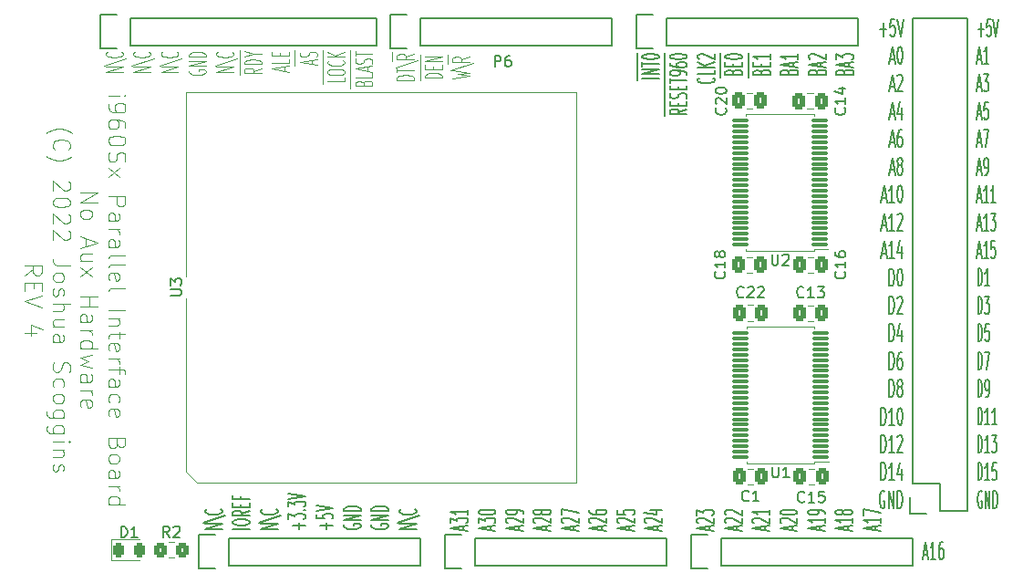
<source format=gto>
%TF.GenerationSoftware,KiCad,Pcbnew,6.0.9*%
%TF.CreationDate,2022-12-08T19:51:44-08:00*%
%TF.ProjectId,i960SxProcessorMegaShieldFormFactor,69393630-5378-4507-926f-636573736f72,rev?*%
%TF.SameCoordinates,Original*%
%TF.FileFunction,Legend,Top*%
%TF.FilePolarity,Positive*%
%FSLAX46Y46*%
G04 Gerber Fmt 4.6, Leading zero omitted, Abs format (unit mm)*
G04 Created by KiCad (PCBNEW 6.0.9) date 2022-12-08 19:51:44*
%MOMM*%
%LPD*%
G01*
G04 APERTURE LIST*
G04 Aperture macros list*
%AMRoundRect*
0 Rectangle with rounded corners*
0 $1 Rounding radius*
0 $2 $3 $4 $5 $6 $7 $8 $9 X,Y pos of 4 corners*
0 Add a 4 corners polygon primitive as box body*
4,1,4,$2,$3,$4,$5,$6,$7,$8,$9,$2,$3,0*
0 Add four circle primitives for the rounded corners*
1,1,$1+$1,$2,$3*
1,1,$1+$1,$4,$5*
1,1,$1+$1,$6,$7*
1,1,$1+$1,$8,$9*
0 Add four rect primitives between the rounded corners*
20,1,$1+$1,$2,$3,$4,$5,0*
20,1,$1+$1,$4,$5,$6,$7,0*
20,1,$1+$1,$6,$7,$8,$9,0*
20,1,$1+$1,$8,$9,$2,$3,0*%
G04 Aperture macros list end*
%ADD10C,0.100000*%
%ADD11C,0.150000*%
%ADD12C,0.120000*%
%ADD13C,1.727200*%
%ADD14O,1.727200X1.727200*%
%ADD15O,1.727200X2.032000*%
%ADD16RoundRect,0.243750X-0.243750X-0.456250X0.243750X-0.456250X0.243750X0.456250X-0.243750X0.456250X0*%
%ADD17RoundRect,0.250000X-0.350000X-0.450000X0.350000X-0.450000X0.350000X0.450000X-0.350000X0.450000X0*%
%ADD18RoundRect,0.250000X0.337500X0.475000X-0.337500X0.475000X-0.337500X-0.475000X0.337500X-0.475000X0*%
%ADD19R,1.422400X1.422400*%
%ADD20C,1.422400*%
%ADD21RoundRect,0.250000X-0.337500X-0.475000X0.337500X-0.475000X0.337500X0.475000X-0.337500X0.475000X0*%
%ADD22RoundRect,0.075000X0.662500X0.075000X-0.662500X0.075000X-0.662500X-0.075000X0.662500X-0.075000X0*%
G04 APERTURE END LIST*
D10*
X121351790Y-76786571D02*
X122418457Y-76786571D01*
X122951790Y-76786571D02*
X122875600Y-76710380D01*
X122799409Y-76786571D01*
X122875600Y-76862761D01*
X122951790Y-76786571D01*
X122799409Y-76786571D01*
X121351790Y-77624666D02*
X121351790Y-77929428D01*
X121427980Y-78081809D01*
X121504171Y-78158000D01*
X121732742Y-78310380D01*
X122037504Y-78386571D01*
X122647028Y-78386571D01*
X122799409Y-78310380D01*
X122875600Y-78234190D01*
X122951790Y-78081809D01*
X122951790Y-77777047D01*
X122875600Y-77624666D01*
X122799409Y-77548476D01*
X122647028Y-77472285D01*
X122266076Y-77472285D01*
X122113695Y-77548476D01*
X122037504Y-77624666D01*
X121961314Y-77777047D01*
X121961314Y-78081809D01*
X122037504Y-78234190D01*
X122113695Y-78310380D01*
X122266076Y-78386571D01*
X122951790Y-79758000D02*
X122951790Y-79453238D01*
X122875600Y-79300857D01*
X122799409Y-79224666D01*
X122570838Y-79072285D01*
X122266076Y-78996095D01*
X121656552Y-78996095D01*
X121504171Y-79072285D01*
X121427980Y-79148476D01*
X121351790Y-79300857D01*
X121351790Y-79605619D01*
X121427980Y-79758000D01*
X121504171Y-79834190D01*
X121656552Y-79910380D01*
X122037504Y-79910380D01*
X122189885Y-79834190D01*
X122266076Y-79758000D01*
X122342266Y-79605619D01*
X122342266Y-79300857D01*
X122266076Y-79148476D01*
X122189885Y-79072285D01*
X122037504Y-78996095D01*
X122951790Y-80900857D02*
X122951790Y-81053238D01*
X122875600Y-81205619D01*
X122799409Y-81281809D01*
X122647028Y-81358000D01*
X122342266Y-81434190D01*
X121961314Y-81434190D01*
X121656552Y-81358000D01*
X121504171Y-81281809D01*
X121427980Y-81205619D01*
X121351790Y-81053238D01*
X121351790Y-80900857D01*
X121427980Y-80748476D01*
X121504171Y-80672285D01*
X121656552Y-80596095D01*
X121961314Y-80519904D01*
X122342266Y-80519904D01*
X122647028Y-80596095D01*
X122799409Y-80672285D01*
X122875600Y-80748476D01*
X122951790Y-80900857D01*
X121427980Y-82043714D02*
X121351790Y-82272285D01*
X121351790Y-82653238D01*
X121427980Y-82805619D01*
X121504171Y-82881809D01*
X121656552Y-82958000D01*
X121808933Y-82958000D01*
X121961314Y-82881809D01*
X122037504Y-82805619D01*
X122113695Y-82653238D01*
X122189885Y-82348476D01*
X122266076Y-82196095D01*
X122342266Y-82119904D01*
X122494647Y-82043714D01*
X122647028Y-82043714D01*
X122799409Y-82119904D01*
X122875600Y-82196095D01*
X122951790Y-82348476D01*
X122951790Y-82729428D01*
X122875600Y-82958000D01*
X121351790Y-83491333D02*
X122418457Y-84329428D01*
X122418457Y-83491333D02*
X121351790Y-84329428D01*
X121351790Y-86158000D02*
X122951790Y-86158000D01*
X122951790Y-86767523D01*
X122875600Y-86919904D01*
X122799409Y-86996095D01*
X122647028Y-87072285D01*
X122418457Y-87072285D01*
X122266076Y-86996095D01*
X122189885Y-86919904D01*
X122113695Y-86767523D01*
X122113695Y-86158000D01*
X121351790Y-88443714D02*
X122189885Y-88443714D01*
X122342266Y-88367523D01*
X122418457Y-88215142D01*
X122418457Y-87910380D01*
X122342266Y-87758000D01*
X121427980Y-88443714D02*
X121351790Y-88291333D01*
X121351790Y-87910380D01*
X121427980Y-87758000D01*
X121580361Y-87681809D01*
X121732742Y-87681809D01*
X121885123Y-87758000D01*
X121961314Y-87910380D01*
X121961314Y-88291333D01*
X122037504Y-88443714D01*
X121351790Y-89205619D02*
X122418457Y-89205619D01*
X122113695Y-89205619D02*
X122266076Y-89281809D01*
X122342266Y-89358000D01*
X122418457Y-89510380D01*
X122418457Y-89662761D01*
X121351790Y-90881809D02*
X122189885Y-90881809D01*
X122342266Y-90805619D01*
X122418457Y-90653238D01*
X122418457Y-90348476D01*
X122342266Y-90196095D01*
X121427980Y-90881809D02*
X121351790Y-90729428D01*
X121351790Y-90348476D01*
X121427980Y-90196095D01*
X121580361Y-90119904D01*
X121732742Y-90119904D01*
X121885123Y-90196095D01*
X121961314Y-90348476D01*
X121961314Y-90729428D01*
X122037504Y-90881809D01*
X121351790Y-91872285D02*
X121427980Y-91719904D01*
X121580361Y-91643714D01*
X122951790Y-91643714D01*
X121351790Y-92710380D02*
X121427980Y-92558000D01*
X121580361Y-92481809D01*
X122951790Y-92481809D01*
X121427980Y-93929428D02*
X121351790Y-93777047D01*
X121351790Y-93472285D01*
X121427980Y-93319904D01*
X121580361Y-93243714D01*
X122189885Y-93243714D01*
X122342266Y-93319904D01*
X122418457Y-93472285D01*
X122418457Y-93777047D01*
X122342266Y-93929428D01*
X122189885Y-94005619D01*
X122037504Y-94005619D01*
X121885123Y-93243714D01*
X121351790Y-94919904D02*
X121427980Y-94767523D01*
X121580361Y-94691333D01*
X122951790Y-94691333D01*
X121351790Y-96748476D02*
X122951790Y-96748476D01*
X122418457Y-97510380D02*
X121351790Y-97510380D01*
X122266076Y-97510380D02*
X122342266Y-97586571D01*
X122418457Y-97738952D01*
X122418457Y-97967523D01*
X122342266Y-98119904D01*
X122189885Y-98196095D01*
X121351790Y-98196095D01*
X122418457Y-98729428D02*
X122418457Y-99338952D01*
X122951790Y-98958000D02*
X121580361Y-98958000D01*
X121427980Y-99034190D01*
X121351790Y-99186571D01*
X121351790Y-99338952D01*
X121427980Y-100481809D02*
X121351790Y-100329428D01*
X121351790Y-100024666D01*
X121427980Y-99872285D01*
X121580361Y-99796095D01*
X122189885Y-99796095D01*
X122342266Y-99872285D01*
X122418457Y-100024666D01*
X122418457Y-100329428D01*
X122342266Y-100481809D01*
X122189885Y-100558000D01*
X122037504Y-100558000D01*
X121885123Y-99796095D01*
X121351790Y-101243714D02*
X122418457Y-101243714D01*
X122113695Y-101243714D02*
X122266076Y-101319904D01*
X122342266Y-101396095D01*
X122418457Y-101548476D01*
X122418457Y-101700857D01*
X122418457Y-102005619D02*
X122418457Y-102615142D01*
X121351790Y-102234190D02*
X122723219Y-102234190D01*
X122875600Y-102310380D01*
X122951790Y-102462761D01*
X122951790Y-102615142D01*
X121351790Y-103834190D02*
X122189885Y-103834190D01*
X122342266Y-103758000D01*
X122418457Y-103605619D01*
X122418457Y-103300857D01*
X122342266Y-103148476D01*
X121427980Y-103834190D02*
X121351790Y-103681809D01*
X121351790Y-103300857D01*
X121427980Y-103148476D01*
X121580361Y-103072285D01*
X121732742Y-103072285D01*
X121885123Y-103148476D01*
X121961314Y-103300857D01*
X121961314Y-103681809D01*
X122037504Y-103834190D01*
X121427980Y-105281809D02*
X121351790Y-105129428D01*
X121351790Y-104824666D01*
X121427980Y-104672285D01*
X121504171Y-104596095D01*
X121656552Y-104519904D01*
X122113695Y-104519904D01*
X122266076Y-104596095D01*
X122342266Y-104672285D01*
X122418457Y-104824666D01*
X122418457Y-105129428D01*
X122342266Y-105281809D01*
X121427980Y-106577047D02*
X121351790Y-106424666D01*
X121351790Y-106119904D01*
X121427980Y-105967523D01*
X121580361Y-105891333D01*
X122189885Y-105891333D01*
X122342266Y-105967523D01*
X122418457Y-106119904D01*
X122418457Y-106424666D01*
X122342266Y-106577047D01*
X122189885Y-106653238D01*
X122037504Y-106653238D01*
X121885123Y-105891333D01*
X122189885Y-109091333D02*
X122113695Y-109319904D01*
X122037504Y-109396095D01*
X121885123Y-109472285D01*
X121656552Y-109472285D01*
X121504171Y-109396095D01*
X121427980Y-109319904D01*
X121351790Y-109167523D01*
X121351790Y-108558000D01*
X122951790Y-108558000D01*
X122951790Y-109091333D01*
X122875600Y-109243714D01*
X122799409Y-109319904D01*
X122647028Y-109396095D01*
X122494647Y-109396095D01*
X122342266Y-109319904D01*
X122266076Y-109243714D01*
X122189885Y-109091333D01*
X122189885Y-108558000D01*
X121351790Y-110386571D02*
X121427980Y-110234190D01*
X121504171Y-110158000D01*
X121656552Y-110081809D01*
X122113695Y-110081809D01*
X122266076Y-110158000D01*
X122342266Y-110234190D01*
X122418457Y-110386571D01*
X122418457Y-110615142D01*
X122342266Y-110767523D01*
X122266076Y-110843714D01*
X122113695Y-110919904D01*
X121656552Y-110919904D01*
X121504171Y-110843714D01*
X121427980Y-110767523D01*
X121351790Y-110615142D01*
X121351790Y-110386571D01*
X121351790Y-112291333D02*
X122189885Y-112291333D01*
X122342266Y-112215142D01*
X122418457Y-112062761D01*
X122418457Y-111758000D01*
X122342266Y-111605619D01*
X121427980Y-112291333D02*
X121351790Y-112138952D01*
X121351790Y-111758000D01*
X121427980Y-111605619D01*
X121580361Y-111529428D01*
X121732742Y-111529428D01*
X121885123Y-111605619D01*
X121961314Y-111758000D01*
X121961314Y-112138952D01*
X122037504Y-112291333D01*
X121351790Y-113053238D02*
X122418457Y-113053238D01*
X122113695Y-113053238D02*
X122266076Y-113129428D01*
X122342266Y-113205619D01*
X122418457Y-113358000D01*
X122418457Y-113510380D01*
X121351790Y-114729428D02*
X122951790Y-114729428D01*
X121427980Y-114729428D02*
X121351790Y-114577047D01*
X121351790Y-114272285D01*
X121427980Y-114119904D01*
X121504171Y-114043714D01*
X121656552Y-113967523D01*
X122113695Y-113967523D01*
X122266076Y-114043714D01*
X122342266Y-114119904D01*
X122418457Y-114272285D01*
X122418457Y-114577047D01*
X122342266Y-114729428D01*
X118775790Y-85777047D02*
X120375790Y-85777047D01*
X118775790Y-86691333D01*
X120375790Y-86691333D01*
X118775790Y-87681809D02*
X118851980Y-87529428D01*
X118928171Y-87453238D01*
X119080552Y-87377047D01*
X119537695Y-87377047D01*
X119690076Y-87453238D01*
X119766266Y-87529428D01*
X119842457Y-87681809D01*
X119842457Y-87910380D01*
X119766266Y-88062761D01*
X119690076Y-88138952D01*
X119537695Y-88215142D01*
X119080552Y-88215142D01*
X118928171Y-88138952D01*
X118851980Y-88062761D01*
X118775790Y-87910380D01*
X118775790Y-87681809D01*
X119232933Y-90043714D02*
X119232933Y-90805619D01*
X118775790Y-89891333D02*
X120375790Y-90424666D01*
X118775790Y-90958000D01*
X119842457Y-92177047D02*
X118775790Y-92177047D01*
X119842457Y-91491333D02*
X119004361Y-91491333D01*
X118851980Y-91567523D01*
X118775790Y-91719904D01*
X118775790Y-91948476D01*
X118851980Y-92100857D01*
X118928171Y-92177047D01*
X118775790Y-92786571D02*
X119842457Y-93624666D01*
X119842457Y-92786571D02*
X118775790Y-93624666D01*
X118775790Y-95453238D02*
X120375790Y-95453238D01*
X119613885Y-95453238D02*
X119613885Y-96367523D01*
X118775790Y-96367523D02*
X120375790Y-96367523D01*
X118775790Y-97815142D02*
X119613885Y-97815142D01*
X119766266Y-97738952D01*
X119842457Y-97586571D01*
X119842457Y-97281809D01*
X119766266Y-97129428D01*
X118851980Y-97815142D02*
X118775790Y-97662761D01*
X118775790Y-97281809D01*
X118851980Y-97129428D01*
X119004361Y-97053238D01*
X119156742Y-97053238D01*
X119309123Y-97129428D01*
X119385314Y-97281809D01*
X119385314Y-97662761D01*
X119461504Y-97815142D01*
X118775790Y-98577047D02*
X119842457Y-98577047D01*
X119537695Y-98577047D02*
X119690076Y-98653238D01*
X119766266Y-98729428D01*
X119842457Y-98881809D01*
X119842457Y-99034190D01*
X118775790Y-100253238D02*
X120375790Y-100253238D01*
X118851980Y-100253238D02*
X118775790Y-100100857D01*
X118775790Y-99796095D01*
X118851980Y-99643714D01*
X118928171Y-99567523D01*
X119080552Y-99491333D01*
X119537695Y-99491333D01*
X119690076Y-99567523D01*
X119766266Y-99643714D01*
X119842457Y-99796095D01*
X119842457Y-100100857D01*
X119766266Y-100253238D01*
X119842457Y-100862761D02*
X118775790Y-101167523D01*
X119537695Y-101472285D01*
X118775790Y-101777047D01*
X119842457Y-102081809D01*
X118775790Y-103377047D02*
X119613885Y-103377047D01*
X119766266Y-103300857D01*
X119842457Y-103148476D01*
X119842457Y-102843714D01*
X119766266Y-102691333D01*
X118851980Y-103377047D02*
X118775790Y-103224666D01*
X118775790Y-102843714D01*
X118851980Y-102691333D01*
X119004361Y-102615142D01*
X119156742Y-102615142D01*
X119309123Y-102691333D01*
X119385314Y-102843714D01*
X119385314Y-103224666D01*
X119461504Y-103377047D01*
X118775790Y-104138952D02*
X119842457Y-104138952D01*
X119537695Y-104138952D02*
X119690076Y-104215142D01*
X119766266Y-104291333D01*
X119842457Y-104443714D01*
X119842457Y-104596095D01*
X118851980Y-105738952D02*
X118775790Y-105586571D01*
X118775790Y-105281809D01*
X118851980Y-105129428D01*
X119004361Y-105053238D01*
X119613885Y-105053238D01*
X119766266Y-105129428D01*
X119842457Y-105281809D01*
X119842457Y-105586571D01*
X119766266Y-105738952D01*
X119613885Y-105815142D01*
X119461504Y-105815142D01*
X119309123Y-105053238D01*
X115590266Y-80329428D02*
X115666457Y-80253238D01*
X115895028Y-80100857D01*
X116047409Y-80024666D01*
X116275980Y-79948476D01*
X116656933Y-79872285D01*
X116961695Y-79872285D01*
X117342647Y-79948476D01*
X117571219Y-80024666D01*
X117723600Y-80100857D01*
X117952171Y-80253238D01*
X118028361Y-80329428D01*
X116352171Y-81853238D02*
X116275980Y-81777047D01*
X116199790Y-81548476D01*
X116199790Y-81396095D01*
X116275980Y-81167523D01*
X116428361Y-81015142D01*
X116580742Y-80938952D01*
X116885504Y-80862761D01*
X117114076Y-80862761D01*
X117418838Y-80938952D01*
X117571219Y-81015142D01*
X117723600Y-81167523D01*
X117799790Y-81396095D01*
X117799790Y-81548476D01*
X117723600Y-81777047D01*
X117647409Y-81853238D01*
X115590266Y-82386571D02*
X115666457Y-82462761D01*
X115895028Y-82615142D01*
X116047409Y-82691333D01*
X116275980Y-82767523D01*
X116656933Y-82843714D01*
X116961695Y-82843714D01*
X117342647Y-82767523D01*
X117571219Y-82691333D01*
X117723600Y-82615142D01*
X117952171Y-82462761D01*
X118028361Y-82386571D01*
X117647409Y-84748476D02*
X117723600Y-84824666D01*
X117799790Y-84977047D01*
X117799790Y-85358000D01*
X117723600Y-85510380D01*
X117647409Y-85586571D01*
X117495028Y-85662761D01*
X117342647Y-85662761D01*
X117114076Y-85586571D01*
X116199790Y-84672285D01*
X116199790Y-85662761D01*
X117799790Y-86653238D02*
X117799790Y-86805619D01*
X117723600Y-86958000D01*
X117647409Y-87034190D01*
X117495028Y-87110380D01*
X117190266Y-87186571D01*
X116809314Y-87186571D01*
X116504552Y-87110380D01*
X116352171Y-87034190D01*
X116275980Y-86958000D01*
X116199790Y-86805619D01*
X116199790Y-86653238D01*
X116275980Y-86500857D01*
X116352171Y-86424666D01*
X116504552Y-86348476D01*
X116809314Y-86272285D01*
X117190266Y-86272285D01*
X117495028Y-86348476D01*
X117647409Y-86424666D01*
X117723600Y-86500857D01*
X117799790Y-86653238D01*
X117647409Y-87796095D02*
X117723600Y-87872285D01*
X117799790Y-88024666D01*
X117799790Y-88405619D01*
X117723600Y-88558000D01*
X117647409Y-88634190D01*
X117495028Y-88710380D01*
X117342647Y-88710380D01*
X117114076Y-88634190D01*
X116199790Y-87719904D01*
X116199790Y-88710380D01*
X117647409Y-89319904D02*
X117723600Y-89396095D01*
X117799790Y-89548476D01*
X117799790Y-89929428D01*
X117723600Y-90081809D01*
X117647409Y-90158000D01*
X117495028Y-90234190D01*
X117342647Y-90234190D01*
X117114076Y-90158000D01*
X116199790Y-89243714D01*
X116199790Y-90234190D01*
X117799790Y-92596095D02*
X116656933Y-92596095D01*
X116428361Y-92519904D01*
X116275980Y-92367523D01*
X116199790Y-92138952D01*
X116199790Y-91986571D01*
X116199790Y-93586571D02*
X116275980Y-93434190D01*
X116352171Y-93358000D01*
X116504552Y-93281809D01*
X116961695Y-93281809D01*
X117114076Y-93358000D01*
X117190266Y-93434190D01*
X117266457Y-93586571D01*
X117266457Y-93815142D01*
X117190266Y-93967523D01*
X117114076Y-94043714D01*
X116961695Y-94119904D01*
X116504552Y-94119904D01*
X116352171Y-94043714D01*
X116275980Y-93967523D01*
X116199790Y-93815142D01*
X116199790Y-93586571D01*
X116275980Y-94729428D02*
X116199790Y-94881809D01*
X116199790Y-95186571D01*
X116275980Y-95338952D01*
X116428361Y-95415142D01*
X116504552Y-95415142D01*
X116656933Y-95338952D01*
X116733123Y-95186571D01*
X116733123Y-94958000D01*
X116809314Y-94805619D01*
X116961695Y-94729428D01*
X117037885Y-94729428D01*
X117190266Y-94805619D01*
X117266457Y-94958000D01*
X117266457Y-95186571D01*
X117190266Y-95338952D01*
X116199790Y-96100857D02*
X117799790Y-96100857D01*
X116199790Y-96786571D02*
X117037885Y-96786571D01*
X117190266Y-96710380D01*
X117266457Y-96558000D01*
X117266457Y-96329428D01*
X117190266Y-96177047D01*
X117114076Y-96100857D01*
X117266457Y-98234190D02*
X116199790Y-98234190D01*
X117266457Y-97548476D02*
X116428361Y-97548476D01*
X116275980Y-97624666D01*
X116199790Y-97777047D01*
X116199790Y-98005619D01*
X116275980Y-98158000D01*
X116352171Y-98234190D01*
X116199790Y-99681809D02*
X117037885Y-99681809D01*
X117190266Y-99605619D01*
X117266457Y-99453238D01*
X117266457Y-99148476D01*
X117190266Y-98996095D01*
X116275980Y-99681809D02*
X116199790Y-99529428D01*
X116199790Y-99148476D01*
X116275980Y-98996095D01*
X116428361Y-98919904D01*
X116580742Y-98919904D01*
X116733123Y-98996095D01*
X116809314Y-99148476D01*
X116809314Y-99529428D01*
X116885504Y-99681809D01*
X116275980Y-101586571D02*
X116199790Y-101815142D01*
X116199790Y-102196095D01*
X116275980Y-102348476D01*
X116352171Y-102424666D01*
X116504552Y-102500857D01*
X116656933Y-102500857D01*
X116809314Y-102424666D01*
X116885504Y-102348476D01*
X116961695Y-102196095D01*
X117037885Y-101891333D01*
X117114076Y-101738952D01*
X117190266Y-101662761D01*
X117342647Y-101586571D01*
X117495028Y-101586571D01*
X117647409Y-101662761D01*
X117723600Y-101738952D01*
X117799790Y-101891333D01*
X117799790Y-102272285D01*
X117723600Y-102500857D01*
X116275980Y-103872285D02*
X116199790Y-103719904D01*
X116199790Y-103415142D01*
X116275980Y-103262761D01*
X116352171Y-103186571D01*
X116504552Y-103110380D01*
X116961695Y-103110380D01*
X117114076Y-103186571D01*
X117190266Y-103262761D01*
X117266457Y-103415142D01*
X117266457Y-103719904D01*
X117190266Y-103872285D01*
X116199790Y-104786571D02*
X116275980Y-104634190D01*
X116352171Y-104558000D01*
X116504552Y-104481809D01*
X116961695Y-104481809D01*
X117114076Y-104558000D01*
X117190266Y-104634190D01*
X117266457Y-104786571D01*
X117266457Y-105015142D01*
X117190266Y-105167523D01*
X117114076Y-105243714D01*
X116961695Y-105319904D01*
X116504552Y-105319904D01*
X116352171Y-105243714D01*
X116275980Y-105167523D01*
X116199790Y-105015142D01*
X116199790Y-104786571D01*
X117266457Y-106691333D02*
X115971219Y-106691333D01*
X115818838Y-106615142D01*
X115742647Y-106538952D01*
X115666457Y-106386571D01*
X115666457Y-106158000D01*
X115742647Y-106005619D01*
X116275980Y-106691333D02*
X116199790Y-106538952D01*
X116199790Y-106234190D01*
X116275980Y-106081809D01*
X116352171Y-106005619D01*
X116504552Y-105929428D01*
X116961695Y-105929428D01*
X117114076Y-106005619D01*
X117190266Y-106081809D01*
X117266457Y-106234190D01*
X117266457Y-106538952D01*
X117190266Y-106691333D01*
X117266457Y-108138952D02*
X115971219Y-108138952D01*
X115818838Y-108062761D01*
X115742647Y-107986571D01*
X115666457Y-107834190D01*
X115666457Y-107605619D01*
X115742647Y-107453238D01*
X116275980Y-108138952D02*
X116199790Y-107986571D01*
X116199790Y-107681809D01*
X116275980Y-107529428D01*
X116352171Y-107453238D01*
X116504552Y-107377047D01*
X116961695Y-107377047D01*
X117114076Y-107453238D01*
X117190266Y-107529428D01*
X117266457Y-107681809D01*
X117266457Y-107986571D01*
X117190266Y-108138952D01*
X116199790Y-108900857D02*
X117266457Y-108900857D01*
X117799790Y-108900857D02*
X117723600Y-108824666D01*
X117647409Y-108900857D01*
X117723600Y-108977047D01*
X117799790Y-108900857D01*
X117647409Y-108900857D01*
X117266457Y-109662761D02*
X116199790Y-109662761D01*
X117114076Y-109662761D02*
X117190266Y-109738952D01*
X117266457Y-109891333D01*
X117266457Y-110119904D01*
X117190266Y-110272285D01*
X117037885Y-110348476D01*
X116199790Y-110348476D01*
X116275980Y-111034190D02*
X116199790Y-111186571D01*
X116199790Y-111491333D01*
X116275980Y-111643714D01*
X116428361Y-111719904D01*
X116504552Y-111719904D01*
X116656933Y-111643714D01*
X116733123Y-111491333D01*
X116733123Y-111262761D01*
X116809314Y-111110380D01*
X116961695Y-111034190D01*
X117037885Y-111034190D01*
X117190266Y-111110380D01*
X117266457Y-111262761D01*
X117266457Y-111491333D01*
X117190266Y-111643714D01*
X113623790Y-93472285D02*
X114385695Y-92938952D01*
X113623790Y-92558000D02*
X115223790Y-92558000D01*
X115223790Y-93167523D01*
X115147600Y-93319904D01*
X115071409Y-93396095D01*
X114919028Y-93472285D01*
X114690457Y-93472285D01*
X114538076Y-93396095D01*
X114461885Y-93319904D01*
X114385695Y-93167523D01*
X114385695Y-92558000D01*
X114461885Y-94158000D02*
X114461885Y-94691333D01*
X113623790Y-94919904D02*
X113623790Y-94158000D01*
X115223790Y-94158000D01*
X115223790Y-94919904D01*
X115223790Y-95377047D02*
X113623790Y-95910380D01*
X115223790Y-96443714D01*
X114690457Y-98881809D02*
X113623790Y-98881809D01*
X115299980Y-98500857D02*
X114157123Y-98119904D01*
X114157123Y-99110380D01*
D11*
X193021520Y-70679365D02*
X193631044Y-70679365D01*
X193326282Y-71288889D02*
X193326282Y-70069841D01*
X194392949Y-69688889D02*
X194011997Y-69688889D01*
X193973901Y-70450794D01*
X194011997Y-70374603D01*
X194088187Y-70298413D01*
X194278663Y-70298413D01*
X194354854Y-70374603D01*
X194392949Y-70450794D01*
X194431044Y-70603175D01*
X194431044Y-70984127D01*
X194392949Y-71136508D01*
X194354854Y-71212699D01*
X194278663Y-71288889D01*
X194088187Y-71288889D01*
X194011997Y-71212699D01*
X193973901Y-71136508D01*
X194659616Y-69688889D02*
X194926282Y-71288889D01*
X195192949Y-69688889D01*
X193973901Y-73407746D02*
X194354854Y-73407746D01*
X193897711Y-73864889D02*
X194164378Y-72264889D01*
X194431044Y-73864889D01*
X194850092Y-72264889D02*
X194926282Y-72264889D01*
X195002473Y-72341080D01*
X195040568Y-72417270D01*
X195078663Y-72569651D01*
X195116759Y-72874413D01*
X195116759Y-73255365D01*
X195078663Y-73560127D01*
X195040568Y-73712508D01*
X195002473Y-73788699D01*
X194926282Y-73864889D01*
X194850092Y-73864889D01*
X194773901Y-73788699D01*
X194735806Y-73712508D01*
X194697711Y-73560127D01*
X194659616Y-73255365D01*
X194659616Y-72874413D01*
X194697711Y-72569651D01*
X194735806Y-72417270D01*
X194773901Y-72341080D01*
X194850092Y-72264889D01*
X193973901Y-75983746D02*
X194354854Y-75983746D01*
X193897711Y-76440889D02*
X194164378Y-74840889D01*
X194431044Y-76440889D01*
X194659616Y-74993270D02*
X194697711Y-74917080D01*
X194773901Y-74840889D01*
X194964378Y-74840889D01*
X195040568Y-74917080D01*
X195078663Y-74993270D01*
X195116759Y-75145651D01*
X195116759Y-75298032D01*
X195078663Y-75526603D01*
X194621520Y-76440889D01*
X195116759Y-76440889D01*
X193973901Y-78559746D02*
X194354854Y-78559746D01*
X193897711Y-79016889D02*
X194164378Y-77416889D01*
X194431044Y-79016889D01*
X195040568Y-77950222D02*
X195040568Y-79016889D01*
X194850092Y-77340699D02*
X194659616Y-78483556D01*
X195154854Y-78483556D01*
X193973901Y-81135746D02*
X194354854Y-81135746D01*
X193897711Y-81592889D02*
X194164378Y-79992889D01*
X194431044Y-81592889D01*
X195040568Y-79992889D02*
X194888187Y-79992889D01*
X194811997Y-80069080D01*
X194773901Y-80145270D01*
X194697711Y-80373841D01*
X194659616Y-80678603D01*
X194659616Y-81288127D01*
X194697711Y-81440508D01*
X194735806Y-81516699D01*
X194811997Y-81592889D01*
X194964378Y-81592889D01*
X195040568Y-81516699D01*
X195078663Y-81440508D01*
X195116759Y-81288127D01*
X195116759Y-80907175D01*
X195078663Y-80754794D01*
X195040568Y-80678603D01*
X194964378Y-80602413D01*
X194811997Y-80602413D01*
X194735806Y-80678603D01*
X194697711Y-80754794D01*
X194659616Y-80907175D01*
X193973901Y-83711746D02*
X194354854Y-83711746D01*
X193897711Y-84168889D02*
X194164378Y-82568889D01*
X194431044Y-84168889D01*
X194811997Y-83254603D02*
X194735806Y-83178413D01*
X194697711Y-83102222D01*
X194659616Y-82949841D01*
X194659616Y-82873651D01*
X194697711Y-82721270D01*
X194735806Y-82645080D01*
X194811997Y-82568889D01*
X194964378Y-82568889D01*
X195040568Y-82645080D01*
X195078663Y-82721270D01*
X195116759Y-82873651D01*
X195116759Y-82949841D01*
X195078663Y-83102222D01*
X195040568Y-83178413D01*
X194964378Y-83254603D01*
X194811997Y-83254603D01*
X194735806Y-83330794D01*
X194697711Y-83406984D01*
X194659616Y-83559365D01*
X194659616Y-83864127D01*
X194697711Y-84016508D01*
X194735806Y-84092699D01*
X194811997Y-84168889D01*
X194964378Y-84168889D01*
X195040568Y-84092699D01*
X195078663Y-84016508D01*
X195116759Y-83864127D01*
X195116759Y-83559365D01*
X195078663Y-83406984D01*
X195040568Y-83330794D01*
X194964378Y-83254603D01*
X193211997Y-86287746D02*
X193592949Y-86287746D01*
X193135806Y-86744889D02*
X193402473Y-85144889D01*
X193669140Y-86744889D01*
X194354854Y-86744889D02*
X193897711Y-86744889D01*
X194126282Y-86744889D02*
X194126282Y-85144889D01*
X194050092Y-85373460D01*
X193973901Y-85525841D01*
X193897711Y-85602032D01*
X194850092Y-85144889D02*
X194926282Y-85144889D01*
X195002473Y-85221080D01*
X195040568Y-85297270D01*
X195078663Y-85449651D01*
X195116759Y-85754413D01*
X195116759Y-86135365D01*
X195078663Y-86440127D01*
X195040568Y-86592508D01*
X195002473Y-86668699D01*
X194926282Y-86744889D01*
X194850092Y-86744889D01*
X194773901Y-86668699D01*
X194735806Y-86592508D01*
X194697711Y-86440127D01*
X194659616Y-86135365D01*
X194659616Y-85754413D01*
X194697711Y-85449651D01*
X194735806Y-85297270D01*
X194773901Y-85221080D01*
X194850092Y-85144889D01*
X193211997Y-88863746D02*
X193592949Y-88863746D01*
X193135806Y-89320889D02*
X193402473Y-87720889D01*
X193669140Y-89320889D01*
X194354854Y-89320889D02*
X193897711Y-89320889D01*
X194126282Y-89320889D02*
X194126282Y-87720889D01*
X194050092Y-87949460D01*
X193973901Y-88101841D01*
X193897711Y-88178032D01*
X194659616Y-87873270D02*
X194697711Y-87797080D01*
X194773901Y-87720889D01*
X194964378Y-87720889D01*
X195040568Y-87797080D01*
X195078663Y-87873270D01*
X195116759Y-88025651D01*
X195116759Y-88178032D01*
X195078663Y-88406603D01*
X194621520Y-89320889D01*
X195116759Y-89320889D01*
X193211997Y-91439746D02*
X193592949Y-91439746D01*
X193135806Y-91896889D02*
X193402473Y-90296889D01*
X193669140Y-91896889D01*
X194354854Y-91896889D02*
X193897711Y-91896889D01*
X194126282Y-91896889D02*
X194126282Y-90296889D01*
X194050092Y-90525460D01*
X193973901Y-90677841D01*
X193897711Y-90754032D01*
X195040568Y-90830222D02*
X195040568Y-91896889D01*
X194850092Y-90220699D02*
X194659616Y-91363556D01*
X195154854Y-91363556D01*
X193897711Y-94472889D02*
X193897711Y-92872889D01*
X194088187Y-92872889D01*
X194202473Y-92949080D01*
X194278663Y-93101460D01*
X194316759Y-93253841D01*
X194354854Y-93558603D01*
X194354854Y-93787175D01*
X194316759Y-94091937D01*
X194278663Y-94244318D01*
X194202473Y-94396699D01*
X194088187Y-94472889D01*
X193897711Y-94472889D01*
X194850092Y-92872889D02*
X194926282Y-92872889D01*
X195002473Y-92949080D01*
X195040568Y-93025270D01*
X195078663Y-93177651D01*
X195116759Y-93482413D01*
X195116759Y-93863365D01*
X195078663Y-94168127D01*
X195040568Y-94320508D01*
X195002473Y-94396699D01*
X194926282Y-94472889D01*
X194850092Y-94472889D01*
X194773901Y-94396699D01*
X194735806Y-94320508D01*
X194697711Y-94168127D01*
X194659616Y-93863365D01*
X194659616Y-93482413D01*
X194697711Y-93177651D01*
X194735806Y-93025270D01*
X194773901Y-92949080D01*
X194850092Y-92872889D01*
X193897711Y-97048889D02*
X193897711Y-95448889D01*
X194088187Y-95448889D01*
X194202473Y-95525080D01*
X194278663Y-95677460D01*
X194316759Y-95829841D01*
X194354854Y-96134603D01*
X194354854Y-96363175D01*
X194316759Y-96667937D01*
X194278663Y-96820318D01*
X194202473Y-96972699D01*
X194088187Y-97048889D01*
X193897711Y-97048889D01*
X194659616Y-95601270D02*
X194697711Y-95525080D01*
X194773901Y-95448889D01*
X194964378Y-95448889D01*
X195040568Y-95525080D01*
X195078663Y-95601270D01*
X195116759Y-95753651D01*
X195116759Y-95906032D01*
X195078663Y-96134603D01*
X194621520Y-97048889D01*
X195116759Y-97048889D01*
X193897711Y-99624889D02*
X193897711Y-98024889D01*
X194088187Y-98024889D01*
X194202473Y-98101080D01*
X194278663Y-98253460D01*
X194316759Y-98405841D01*
X194354854Y-98710603D01*
X194354854Y-98939175D01*
X194316759Y-99243937D01*
X194278663Y-99396318D01*
X194202473Y-99548699D01*
X194088187Y-99624889D01*
X193897711Y-99624889D01*
X195040568Y-98558222D02*
X195040568Y-99624889D01*
X194850092Y-97948699D02*
X194659616Y-99091556D01*
X195154854Y-99091556D01*
X193897711Y-102200889D02*
X193897711Y-100600889D01*
X194088187Y-100600889D01*
X194202473Y-100677080D01*
X194278663Y-100829460D01*
X194316759Y-100981841D01*
X194354854Y-101286603D01*
X194354854Y-101515175D01*
X194316759Y-101819937D01*
X194278663Y-101972318D01*
X194202473Y-102124699D01*
X194088187Y-102200889D01*
X193897711Y-102200889D01*
X195040568Y-100600889D02*
X194888187Y-100600889D01*
X194811997Y-100677080D01*
X194773901Y-100753270D01*
X194697711Y-100981841D01*
X194659616Y-101286603D01*
X194659616Y-101896127D01*
X194697711Y-102048508D01*
X194735806Y-102124699D01*
X194811997Y-102200889D01*
X194964378Y-102200889D01*
X195040568Y-102124699D01*
X195078663Y-102048508D01*
X195116759Y-101896127D01*
X195116759Y-101515175D01*
X195078663Y-101362794D01*
X195040568Y-101286603D01*
X194964378Y-101210413D01*
X194811997Y-101210413D01*
X194735806Y-101286603D01*
X194697711Y-101362794D01*
X194659616Y-101515175D01*
X193897711Y-104776889D02*
X193897711Y-103176889D01*
X194088187Y-103176889D01*
X194202473Y-103253080D01*
X194278663Y-103405460D01*
X194316759Y-103557841D01*
X194354854Y-103862603D01*
X194354854Y-104091175D01*
X194316759Y-104395937D01*
X194278663Y-104548318D01*
X194202473Y-104700699D01*
X194088187Y-104776889D01*
X193897711Y-104776889D01*
X194811997Y-103862603D02*
X194735806Y-103786413D01*
X194697711Y-103710222D01*
X194659616Y-103557841D01*
X194659616Y-103481651D01*
X194697711Y-103329270D01*
X194735806Y-103253080D01*
X194811997Y-103176889D01*
X194964378Y-103176889D01*
X195040568Y-103253080D01*
X195078663Y-103329270D01*
X195116759Y-103481651D01*
X195116759Y-103557841D01*
X195078663Y-103710222D01*
X195040568Y-103786413D01*
X194964378Y-103862603D01*
X194811997Y-103862603D01*
X194735806Y-103938794D01*
X194697711Y-104014984D01*
X194659616Y-104167365D01*
X194659616Y-104472127D01*
X194697711Y-104624508D01*
X194735806Y-104700699D01*
X194811997Y-104776889D01*
X194964378Y-104776889D01*
X195040568Y-104700699D01*
X195078663Y-104624508D01*
X195116759Y-104472127D01*
X195116759Y-104167365D01*
X195078663Y-104014984D01*
X195040568Y-103938794D01*
X194964378Y-103862603D01*
X193135806Y-107352889D02*
X193135806Y-105752889D01*
X193326282Y-105752889D01*
X193440568Y-105829080D01*
X193516759Y-105981460D01*
X193554854Y-106133841D01*
X193592949Y-106438603D01*
X193592949Y-106667175D01*
X193554854Y-106971937D01*
X193516759Y-107124318D01*
X193440568Y-107276699D01*
X193326282Y-107352889D01*
X193135806Y-107352889D01*
X194354854Y-107352889D02*
X193897711Y-107352889D01*
X194126282Y-107352889D02*
X194126282Y-105752889D01*
X194050092Y-105981460D01*
X193973901Y-106133841D01*
X193897711Y-106210032D01*
X194850092Y-105752889D02*
X194926282Y-105752889D01*
X195002473Y-105829080D01*
X195040568Y-105905270D01*
X195078663Y-106057651D01*
X195116759Y-106362413D01*
X195116759Y-106743365D01*
X195078663Y-107048127D01*
X195040568Y-107200508D01*
X195002473Y-107276699D01*
X194926282Y-107352889D01*
X194850092Y-107352889D01*
X194773901Y-107276699D01*
X194735806Y-107200508D01*
X194697711Y-107048127D01*
X194659616Y-106743365D01*
X194659616Y-106362413D01*
X194697711Y-106057651D01*
X194735806Y-105905270D01*
X194773901Y-105829080D01*
X194850092Y-105752889D01*
X193135806Y-109928889D02*
X193135806Y-108328889D01*
X193326282Y-108328889D01*
X193440568Y-108405080D01*
X193516759Y-108557460D01*
X193554854Y-108709841D01*
X193592949Y-109014603D01*
X193592949Y-109243175D01*
X193554854Y-109547937D01*
X193516759Y-109700318D01*
X193440568Y-109852699D01*
X193326282Y-109928889D01*
X193135806Y-109928889D01*
X194354854Y-109928889D02*
X193897711Y-109928889D01*
X194126282Y-109928889D02*
X194126282Y-108328889D01*
X194050092Y-108557460D01*
X193973901Y-108709841D01*
X193897711Y-108786032D01*
X194659616Y-108481270D02*
X194697711Y-108405080D01*
X194773901Y-108328889D01*
X194964378Y-108328889D01*
X195040568Y-108405080D01*
X195078663Y-108481270D01*
X195116759Y-108633651D01*
X195116759Y-108786032D01*
X195078663Y-109014603D01*
X194621520Y-109928889D01*
X195116759Y-109928889D01*
X193135806Y-112504889D02*
X193135806Y-110904889D01*
X193326282Y-110904889D01*
X193440568Y-110981080D01*
X193516759Y-111133460D01*
X193554854Y-111285841D01*
X193592949Y-111590603D01*
X193592949Y-111819175D01*
X193554854Y-112123937D01*
X193516759Y-112276318D01*
X193440568Y-112428699D01*
X193326282Y-112504889D01*
X193135806Y-112504889D01*
X194354854Y-112504889D02*
X193897711Y-112504889D01*
X194126282Y-112504889D02*
X194126282Y-110904889D01*
X194050092Y-111133460D01*
X193973901Y-111285841D01*
X193897711Y-111362032D01*
X195040568Y-111438222D02*
X195040568Y-112504889D01*
X194850092Y-110828699D02*
X194659616Y-111971556D01*
X195154854Y-111971556D01*
X193440568Y-113557080D02*
X193364378Y-113480889D01*
X193250092Y-113480889D01*
X193135806Y-113557080D01*
X193059616Y-113709460D01*
X193021520Y-113861841D01*
X192983425Y-114166603D01*
X192983425Y-114395175D01*
X193021520Y-114699937D01*
X193059616Y-114852318D01*
X193135806Y-115004699D01*
X193250092Y-115080889D01*
X193326282Y-115080889D01*
X193440568Y-115004699D01*
X193478663Y-114928508D01*
X193478663Y-114395175D01*
X193326282Y-114395175D01*
X193821520Y-115080889D02*
X193821520Y-113480889D01*
X194278663Y-115080889D01*
X194278663Y-113480889D01*
X194659616Y-115080889D02*
X194659616Y-113480889D01*
X194850092Y-113480889D01*
X194964378Y-113557080D01*
X195040568Y-113709460D01*
X195078663Y-113861841D01*
X195116759Y-114166603D01*
X195116759Y-114395175D01*
X195078663Y-114699937D01*
X195040568Y-114852318D01*
X194964378Y-115004699D01*
X194850092Y-115080889D01*
X194659616Y-115080889D01*
X131948829Y-117019383D02*
X130348829Y-117019383D01*
X131948829Y-116562240D01*
X130348829Y-116562240D01*
X130196448Y-116447955D02*
X132253591Y-115762240D01*
X131796448Y-115190812D02*
X131872639Y-115228907D01*
X131948829Y-115343193D01*
X131948829Y-115419383D01*
X131872639Y-115533669D01*
X131720258Y-115609860D01*
X131567877Y-115647955D01*
X131263115Y-115686050D01*
X131034543Y-115686050D01*
X130729781Y-115647955D01*
X130577400Y-115609860D01*
X130425020Y-115533669D01*
X130348829Y-115419383D01*
X130348829Y-115343193D01*
X130425020Y-115228907D01*
X130501210Y-115190812D01*
X134524829Y-117019383D02*
X132924829Y-117019383D01*
X132924829Y-116486050D02*
X132924829Y-116333669D01*
X133001020Y-116257479D01*
X133153400Y-116181288D01*
X133458162Y-116143193D01*
X133991496Y-116143193D01*
X134296258Y-116181288D01*
X134448639Y-116257479D01*
X134524829Y-116333669D01*
X134524829Y-116486050D01*
X134448639Y-116562240D01*
X134296258Y-116638431D01*
X133991496Y-116676526D01*
X133458162Y-116676526D01*
X133153400Y-116638431D01*
X133001020Y-116562240D01*
X132924829Y-116486050D01*
X134524829Y-115343193D02*
X133762924Y-115609860D01*
X134524829Y-115800336D02*
X132924829Y-115800336D01*
X132924829Y-115495574D01*
X133001020Y-115419383D01*
X133077210Y-115381288D01*
X133229591Y-115343193D01*
X133458162Y-115343193D01*
X133610543Y-115381288D01*
X133686734Y-115419383D01*
X133762924Y-115495574D01*
X133762924Y-115800336D01*
X133686734Y-115000336D02*
X133686734Y-114733669D01*
X134524829Y-114619383D02*
X134524829Y-115000336D01*
X132924829Y-115000336D01*
X132924829Y-114619383D01*
X133686734Y-114009860D02*
X133686734Y-114276526D01*
X134524829Y-114276526D02*
X132924829Y-114276526D01*
X132924829Y-113895574D01*
X137100829Y-117019383D02*
X135500829Y-117019383D01*
X137100829Y-116562240D01*
X135500829Y-116562240D01*
X135348448Y-116447955D02*
X137405591Y-115762240D01*
X136948448Y-115190812D02*
X137024639Y-115228907D01*
X137100829Y-115343193D01*
X137100829Y-115419383D01*
X137024639Y-115533669D01*
X136872258Y-115609860D01*
X136719877Y-115647955D01*
X136415115Y-115686050D01*
X136186543Y-115686050D01*
X135881781Y-115647955D01*
X135729400Y-115609860D01*
X135577020Y-115533669D01*
X135500829Y-115419383D01*
X135500829Y-115343193D01*
X135577020Y-115228907D01*
X135653210Y-115190812D01*
X139067305Y-117019383D02*
X139067305Y-116409860D01*
X139676829Y-116714621D02*
X138457781Y-116714621D01*
X138076829Y-116105098D02*
X138076829Y-115609860D01*
X138686353Y-115876526D01*
X138686353Y-115762240D01*
X138762543Y-115686050D01*
X138838734Y-115647955D01*
X138991115Y-115609860D01*
X139372067Y-115609860D01*
X139524448Y-115647955D01*
X139600639Y-115686050D01*
X139676829Y-115762240D01*
X139676829Y-115990812D01*
X139600639Y-116067002D01*
X139524448Y-116105098D01*
X139524448Y-115267002D02*
X139600639Y-115228907D01*
X139676829Y-115267002D01*
X139600639Y-115305098D01*
X139524448Y-115267002D01*
X139676829Y-115267002D01*
X138076829Y-114962240D02*
X138076829Y-114467002D01*
X138686353Y-114733669D01*
X138686353Y-114619383D01*
X138762543Y-114543193D01*
X138838734Y-114505098D01*
X138991115Y-114467002D01*
X139372067Y-114467002D01*
X139524448Y-114505098D01*
X139600639Y-114543193D01*
X139676829Y-114619383D01*
X139676829Y-114847955D01*
X139600639Y-114924145D01*
X139524448Y-114962240D01*
X138076829Y-114238431D02*
X139676829Y-113971764D01*
X138076829Y-113705098D01*
X141643305Y-117019383D02*
X141643305Y-116409860D01*
X142252829Y-116714621D02*
X141033781Y-116714621D01*
X140652829Y-115647955D02*
X140652829Y-116028907D01*
X141414734Y-116067002D01*
X141338543Y-116028907D01*
X141262353Y-115952717D01*
X141262353Y-115762240D01*
X141338543Y-115686050D01*
X141414734Y-115647955D01*
X141567115Y-115609860D01*
X141948067Y-115609860D01*
X142100448Y-115647955D01*
X142176639Y-115686050D01*
X142252829Y-115762240D01*
X142252829Y-115952717D01*
X142176639Y-116028907D01*
X142100448Y-116067002D01*
X140652829Y-115381288D02*
X142252829Y-115114621D01*
X140652829Y-114847955D01*
X143305020Y-116600336D02*
X143228829Y-116676526D01*
X143228829Y-116790812D01*
X143305020Y-116905098D01*
X143457400Y-116981288D01*
X143609781Y-117019383D01*
X143914543Y-117057479D01*
X144143115Y-117057479D01*
X144447877Y-117019383D01*
X144600258Y-116981288D01*
X144752639Y-116905098D01*
X144828829Y-116790812D01*
X144828829Y-116714621D01*
X144752639Y-116600336D01*
X144676448Y-116562240D01*
X144143115Y-116562240D01*
X144143115Y-116714621D01*
X144828829Y-116219383D02*
X143228829Y-116219383D01*
X144828829Y-115762240D01*
X143228829Y-115762240D01*
X144828829Y-115381288D02*
X143228829Y-115381288D01*
X143228829Y-115190812D01*
X143305020Y-115076526D01*
X143457400Y-115000336D01*
X143609781Y-114962240D01*
X143914543Y-114924145D01*
X144143115Y-114924145D01*
X144447877Y-114962240D01*
X144600258Y-115000336D01*
X144752639Y-115076526D01*
X144828829Y-115190812D01*
X144828829Y-115381288D01*
X145881020Y-116600336D02*
X145804829Y-116676526D01*
X145804829Y-116790812D01*
X145881020Y-116905098D01*
X146033400Y-116981288D01*
X146185781Y-117019383D01*
X146490543Y-117057479D01*
X146719115Y-117057479D01*
X147023877Y-117019383D01*
X147176258Y-116981288D01*
X147328639Y-116905098D01*
X147404829Y-116790812D01*
X147404829Y-116714621D01*
X147328639Y-116600336D01*
X147252448Y-116562240D01*
X146719115Y-116562240D01*
X146719115Y-116714621D01*
X147404829Y-116219383D02*
X145804829Y-116219383D01*
X147404829Y-115762240D01*
X145804829Y-115762240D01*
X147404829Y-115381288D02*
X145804829Y-115381288D01*
X145804829Y-115190812D01*
X145881020Y-115076526D01*
X146033400Y-115000336D01*
X146185781Y-114962240D01*
X146490543Y-114924145D01*
X146719115Y-114924145D01*
X147023877Y-114962240D01*
X147176258Y-115000336D01*
X147328639Y-115076526D01*
X147404829Y-115190812D01*
X147404829Y-115381288D01*
X149980829Y-117019383D02*
X148380829Y-117019383D01*
X149980829Y-116562240D01*
X148380829Y-116562240D01*
X148228448Y-116447955D02*
X150285591Y-115762240D01*
X149828448Y-115190812D02*
X149904639Y-115228907D01*
X149980829Y-115343193D01*
X149980829Y-115419383D01*
X149904639Y-115533669D01*
X149752258Y-115609860D01*
X149599877Y-115647955D01*
X149295115Y-115686050D01*
X149066543Y-115686050D01*
X148761781Y-115647955D01*
X148609400Y-115609860D01*
X148457020Y-115533669D01*
X148380829Y-115419383D01*
X148380829Y-115343193D01*
X148457020Y-115228907D01*
X148533210Y-115190812D01*
X170476060Y-75405636D02*
X170476060Y-75024683D01*
X172527869Y-75215160D02*
X170927869Y-75215160D01*
X170476060Y-75024683D02*
X170476060Y-74186588D01*
X172527869Y-74834207D02*
X170927869Y-74834207D01*
X172527869Y-74377064D01*
X170927869Y-74377064D01*
X170476060Y-74186588D02*
X170476060Y-73577064D01*
X170927869Y-74110398D02*
X170927869Y-73653255D01*
X172527869Y-73881826D02*
X170927869Y-73881826D01*
X170476060Y-73577064D02*
X170476060Y-72815160D01*
X170927869Y-73234207D02*
X170927869Y-73158017D01*
X171004060Y-73081826D01*
X171080250Y-73043731D01*
X171232631Y-73005636D01*
X171537393Y-72967540D01*
X171918345Y-72967540D01*
X172223107Y-73005636D01*
X172375488Y-73043731D01*
X172451679Y-73081826D01*
X172527869Y-73158017D01*
X172527869Y-73234207D01*
X172451679Y-73310398D01*
X172375488Y-73348493D01*
X172223107Y-73386588D01*
X171918345Y-73424683D01*
X171537393Y-73424683D01*
X171232631Y-73386588D01*
X171080250Y-73348493D01*
X171004060Y-73310398D01*
X170927869Y-73234207D01*
X173052060Y-78719921D02*
X173052060Y-77919921D01*
X175103869Y-78072302D02*
X174341964Y-78338969D01*
X175103869Y-78529445D02*
X173503869Y-78529445D01*
X173503869Y-78224683D01*
X173580060Y-78148493D01*
X173656250Y-78110398D01*
X173808631Y-78072302D01*
X174037202Y-78072302D01*
X174189583Y-78110398D01*
X174265774Y-78148493D01*
X174341964Y-78224683D01*
X174341964Y-78529445D01*
X173052060Y-77919921D02*
X173052060Y-77196112D01*
X174265774Y-77729445D02*
X174265774Y-77462779D01*
X175103869Y-77348493D02*
X175103869Y-77729445D01*
X173503869Y-77729445D01*
X173503869Y-77348493D01*
X173052060Y-77196112D02*
X173052060Y-76434207D01*
X175027679Y-77043731D02*
X175103869Y-76929445D01*
X175103869Y-76738969D01*
X175027679Y-76662779D01*
X174951488Y-76624683D01*
X174799107Y-76586588D01*
X174646726Y-76586588D01*
X174494345Y-76624683D01*
X174418155Y-76662779D01*
X174341964Y-76738969D01*
X174265774Y-76891350D01*
X174189583Y-76967540D01*
X174113393Y-77005636D01*
X173961012Y-77043731D01*
X173808631Y-77043731D01*
X173656250Y-77005636D01*
X173580060Y-76967540D01*
X173503869Y-76891350D01*
X173503869Y-76700874D01*
X173580060Y-76586588D01*
X173052060Y-76434207D02*
X173052060Y-75710398D01*
X174265774Y-76243731D02*
X174265774Y-75977064D01*
X175103869Y-75862779D02*
X175103869Y-76243731D01*
X173503869Y-76243731D01*
X173503869Y-75862779D01*
X173052060Y-75710398D02*
X173052060Y-75100874D01*
X173503869Y-75634207D02*
X173503869Y-75177064D01*
X175103869Y-75405636D02*
X173503869Y-75405636D01*
X173052060Y-75100874D02*
X173052060Y-74338969D01*
X175103869Y-74872302D02*
X175103869Y-74719921D01*
X175027679Y-74643731D01*
X174951488Y-74605636D01*
X174722917Y-74529445D01*
X174418155Y-74491350D01*
X173808631Y-74491350D01*
X173656250Y-74529445D01*
X173580060Y-74567540D01*
X173503869Y-74643731D01*
X173503869Y-74796112D01*
X173580060Y-74872302D01*
X173656250Y-74910398D01*
X173808631Y-74948493D01*
X174189583Y-74948493D01*
X174341964Y-74910398D01*
X174418155Y-74872302D01*
X174494345Y-74796112D01*
X174494345Y-74643731D01*
X174418155Y-74567540D01*
X174341964Y-74529445D01*
X174189583Y-74491350D01*
X173052060Y-74338969D02*
X173052060Y-73577064D01*
X173503869Y-73805636D02*
X173503869Y-73958017D01*
X173580060Y-74034207D01*
X173656250Y-74072302D01*
X173884821Y-74148493D01*
X174189583Y-74186588D01*
X174799107Y-74186588D01*
X174951488Y-74148493D01*
X175027679Y-74110398D01*
X175103869Y-74034207D01*
X175103869Y-73881826D01*
X175027679Y-73805636D01*
X174951488Y-73767540D01*
X174799107Y-73729445D01*
X174418155Y-73729445D01*
X174265774Y-73767540D01*
X174189583Y-73805636D01*
X174113393Y-73881826D01*
X174113393Y-74034207D01*
X174189583Y-74110398D01*
X174265774Y-74148493D01*
X174418155Y-74186588D01*
X173052060Y-73577064D02*
X173052060Y-72815160D01*
X173503869Y-73234207D02*
X173503869Y-73158017D01*
X173580060Y-73081826D01*
X173656250Y-73043731D01*
X173808631Y-73005636D01*
X174113393Y-72967540D01*
X174494345Y-72967540D01*
X174799107Y-73005636D01*
X174951488Y-73043731D01*
X175027679Y-73081826D01*
X175103869Y-73158017D01*
X175103869Y-73234207D01*
X175027679Y-73310398D01*
X174951488Y-73348493D01*
X174799107Y-73386588D01*
X174494345Y-73424683D01*
X174113393Y-73424683D01*
X173808631Y-73386588D01*
X173656250Y-73348493D01*
X173580060Y-73310398D01*
X173503869Y-73234207D01*
X177527488Y-75177064D02*
X177603679Y-75215160D01*
X177679869Y-75329445D01*
X177679869Y-75405636D01*
X177603679Y-75519921D01*
X177451298Y-75596112D01*
X177298917Y-75634207D01*
X176994155Y-75672302D01*
X176765583Y-75672302D01*
X176460821Y-75634207D01*
X176308440Y-75596112D01*
X176156060Y-75519921D01*
X176079869Y-75405636D01*
X176079869Y-75329445D01*
X176156060Y-75215160D01*
X176232250Y-75177064D01*
X177679869Y-74453255D02*
X177679869Y-74834207D01*
X176079869Y-74834207D01*
X177679869Y-74186588D02*
X176079869Y-74186588D01*
X177679869Y-73729445D02*
X176765583Y-74072302D01*
X176079869Y-73729445D02*
X176994155Y-74186588D01*
X176232250Y-73424683D02*
X176156060Y-73386588D01*
X176079869Y-73310398D01*
X176079869Y-73119921D01*
X176156060Y-73043731D01*
X176232250Y-73005636D01*
X176384631Y-72967540D01*
X176537012Y-72967540D01*
X176765583Y-73005636D01*
X177679869Y-73462779D01*
X177679869Y-72967540D01*
X178204060Y-75100874D02*
X178204060Y-74300874D01*
X179417774Y-74643731D02*
X179493964Y-74529445D01*
X179570155Y-74491350D01*
X179722536Y-74453255D01*
X179951107Y-74453255D01*
X180103488Y-74491350D01*
X180179679Y-74529445D01*
X180255869Y-74605636D01*
X180255869Y-74910398D01*
X178655869Y-74910398D01*
X178655869Y-74643731D01*
X178732060Y-74567540D01*
X178808250Y-74529445D01*
X178960631Y-74491350D01*
X179113012Y-74491350D01*
X179265393Y-74529445D01*
X179341583Y-74567540D01*
X179417774Y-74643731D01*
X179417774Y-74910398D01*
X178204060Y-74300874D02*
X178204060Y-73577064D01*
X179417774Y-74110398D02*
X179417774Y-73843731D01*
X180255869Y-73729445D02*
X180255869Y-74110398D01*
X178655869Y-74110398D01*
X178655869Y-73729445D01*
X178204060Y-73577064D02*
X178204060Y-72815160D01*
X178655869Y-73234207D02*
X178655869Y-73158017D01*
X178732060Y-73081826D01*
X178808250Y-73043731D01*
X178960631Y-73005636D01*
X179265393Y-72967540D01*
X179646345Y-72967540D01*
X179951107Y-73005636D01*
X180103488Y-73043731D01*
X180179679Y-73081826D01*
X180255869Y-73158017D01*
X180255869Y-73234207D01*
X180179679Y-73310398D01*
X180103488Y-73348493D01*
X179951107Y-73386588D01*
X179646345Y-73424683D01*
X179265393Y-73424683D01*
X178960631Y-73386588D01*
X178808250Y-73348493D01*
X178732060Y-73310398D01*
X178655869Y-73234207D01*
X180780060Y-75100874D02*
X180780060Y-74300874D01*
X181993774Y-74643731D02*
X182069964Y-74529445D01*
X182146155Y-74491350D01*
X182298536Y-74453255D01*
X182527107Y-74453255D01*
X182679488Y-74491350D01*
X182755679Y-74529445D01*
X182831869Y-74605636D01*
X182831869Y-74910398D01*
X181231869Y-74910398D01*
X181231869Y-74643731D01*
X181308060Y-74567540D01*
X181384250Y-74529445D01*
X181536631Y-74491350D01*
X181689012Y-74491350D01*
X181841393Y-74529445D01*
X181917583Y-74567540D01*
X181993774Y-74643731D01*
X181993774Y-74910398D01*
X180780060Y-74300874D02*
X180780060Y-73577064D01*
X181993774Y-74110398D02*
X181993774Y-73843731D01*
X182831869Y-73729445D02*
X182831869Y-74110398D01*
X181231869Y-74110398D01*
X181231869Y-73729445D01*
X180780060Y-73577064D02*
X180780060Y-72815160D01*
X182831869Y-72967540D02*
X182831869Y-73424683D01*
X182831869Y-73196112D02*
X181231869Y-73196112D01*
X181460440Y-73272302D01*
X181612821Y-73348493D01*
X181689012Y-73424683D01*
X184569774Y-74605636D02*
X184645964Y-74491350D01*
X184722155Y-74453255D01*
X184874536Y-74415160D01*
X185103107Y-74415160D01*
X185255488Y-74453255D01*
X185331679Y-74491350D01*
X185407869Y-74567540D01*
X185407869Y-74872302D01*
X183807869Y-74872302D01*
X183807869Y-74605636D01*
X183884060Y-74529445D01*
X183960250Y-74491350D01*
X184112631Y-74453255D01*
X184265012Y-74453255D01*
X184417393Y-74491350D01*
X184493583Y-74529445D01*
X184569774Y-74605636D01*
X184569774Y-74872302D01*
X184950726Y-74110398D02*
X184950726Y-73729445D01*
X185407869Y-74186588D02*
X183807869Y-73919921D01*
X185407869Y-73653255D01*
X185407869Y-72967540D02*
X185407869Y-73424683D01*
X185407869Y-73196112D02*
X183807869Y-73196112D01*
X184036440Y-73272302D01*
X184188821Y-73348493D01*
X184265012Y-73424683D01*
X187145774Y-74605636D02*
X187221964Y-74491350D01*
X187298155Y-74453255D01*
X187450536Y-74415160D01*
X187679107Y-74415160D01*
X187831488Y-74453255D01*
X187907679Y-74491350D01*
X187983869Y-74567540D01*
X187983869Y-74872302D01*
X186383869Y-74872302D01*
X186383869Y-74605636D01*
X186460060Y-74529445D01*
X186536250Y-74491350D01*
X186688631Y-74453255D01*
X186841012Y-74453255D01*
X186993393Y-74491350D01*
X187069583Y-74529445D01*
X187145774Y-74605636D01*
X187145774Y-74872302D01*
X187526726Y-74110398D02*
X187526726Y-73729445D01*
X187983869Y-74186588D02*
X186383869Y-73919921D01*
X187983869Y-73653255D01*
X186536250Y-73424683D02*
X186460060Y-73386588D01*
X186383869Y-73310398D01*
X186383869Y-73119921D01*
X186460060Y-73043731D01*
X186536250Y-73005636D01*
X186688631Y-72967540D01*
X186841012Y-72967540D01*
X187069583Y-73005636D01*
X187983869Y-73462779D01*
X187983869Y-72967540D01*
X189721774Y-74605636D02*
X189797964Y-74491350D01*
X189874155Y-74453255D01*
X190026536Y-74415160D01*
X190255107Y-74415160D01*
X190407488Y-74453255D01*
X190483679Y-74491350D01*
X190559869Y-74567540D01*
X190559869Y-74872302D01*
X188959869Y-74872302D01*
X188959869Y-74605636D01*
X189036060Y-74529445D01*
X189112250Y-74491350D01*
X189264631Y-74453255D01*
X189417012Y-74453255D01*
X189569393Y-74491350D01*
X189645583Y-74529445D01*
X189721774Y-74605636D01*
X189721774Y-74872302D01*
X190102726Y-74110398D02*
X190102726Y-73729445D01*
X190559869Y-74186588D02*
X188959869Y-73919921D01*
X190559869Y-73653255D01*
X188959869Y-73462779D02*
X188959869Y-72967540D01*
X189569393Y-73234207D01*
X189569393Y-73119921D01*
X189645583Y-73043731D01*
X189721774Y-73005636D01*
X189874155Y-72967540D01*
X190255107Y-72967540D01*
X190407488Y-73005636D01*
X190483679Y-73043731D01*
X190559869Y-73119921D01*
X190559869Y-73348493D01*
X190483679Y-73424683D01*
X190407488Y-73462779D01*
X154293266Y-117133679D02*
X154293266Y-116752726D01*
X154750409Y-117209869D02*
X153150409Y-116943202D01*
X154750409Y-116676536D01*
X153150409Y-116486060D02*
X153150409Y-115990821D01*
X153759933Y-116257488D01*
X153759933Y-116143202D01*
X153836123Y-116067012D01*
X153912314Y-116028917D01*
X154064695Y-115990821D01*
X154445647Y-115990821D01*
X154598028Y-116028917D01*
X154674219Y-116067012D01*
X154750409Y-116143202D01*
X154750409Y-116371774D01*
X154674219Y-116447964D01*
X154598028Y-116486060D01*
X154750409Y-115228917D02*
X154750409Y-115686060D01*
X154750409Y-115457488D02*
X153150409Y-115457488D01*
X153378980Y-115533679D01*
X153531361Y-115609869D01*
X153607552Y-115686060D01*
X156869266Y-117133679D02*
X156869266Y-116752726D01*
X157326409Y-117209869D02*
X155726409Y-116943202D01*
X157326409Y-116676536D01*
X155726409Y-116486060D02*
X155726409Y-115990821D01*
X156335933Y-116257488D01*
X156335933Y-116143202D01*
X156412123Y-116067012D01*
X156488314Y-116028917D01*
X156640695Y-115990821D01*
X157021647Y-115990821D01*
X157174028Y-116028917D01*
X157250219Y-116067012D01*
X157326409Y-116143202D01*
X157326409Y-116371774D01*
X157250219Y-116447964D01*
X157174028Y-116486060D01*
X155726409Y-115495583D02*
X155726409Y-115419393D01*
X155802600Y-115343202D01*
X155878790Y-115305107D01*
X156031171Y-115267012D01*
X156335933Y-115228917D01*
X156716885Y-115228917D01*
X157021647Y-115267012D01*
X157174028Y-115305107D01*
X157250219Y-115343202D01*
X157326409Y-115419393D01*
X157326409Y-115495583D01*
X157250219Y-115571774D01*
X157174028Y-115609869D01*
X157021647Y-115647964D01*
X156716885Y-115686060D01*
X156335933Y-115686060D01*
X156031171Y-115647964D01*
X155878790Y-115609869D01*
X155802600Y-115571774D01*
X155726409Y-115495583D01*
X159445266Y-117133679D02*
X159445266Y-116752726D01*
X159902409Y-117209869D02*
X158302409Y-116943202D01*
X159902409Y-116676536D01*
X158454790Y-116447964D02*
X158378600Y-116409869D01*
X158302409Y-116333679D01*
X158302409Y-116143202D01*
X158378600Y-116067012D01*
X158454790Y-116028917D01*
X158607171Y-115990821D01*
X158759552Y-115990821D01*
X158988123Y-116028917D01*
X159902409Y-116486060D01*
X159902409Y-115990821D01*
X159902409Y-115609869D02*
X159902409Y-115457488D01*
X159826219Y-115381298D01*
X159750028Y-115343202D01*
X159521457Y-115267012D01*
X159216695Y-115228917D01*
X158607171Y-115228917D01*
X158454790Y-115267012D01*
X158378600Y-115305107D01*
X158302409Y-115381298D01*
X158302409Y-115533679D01*
X158378600Y-115609869D01*
X158454790Y-115647964D01*
X158607171Y-115686060D01*
X158988123Y-115686060D01*
X159140504Y-115647964D01*
X159216695Y-115609869D01*
X159292885Y-115533679D01*
X159292885Y-115381298D01*
X159216695Y-115305107D01*
X159140504Y-115267012D01*
X158988123Y-115228917D01*
X162021266Y-117133679D02*
X162021266Y-116752726D01*
X162478409Y-117209869D02*
X160878409Y-116943202D01*
X162478409Y-116676536D01*
X161030790Y-116447964D02*
X160954600Y-116409869D01*
X160878409Y-116333679D01*
X160878409Y-116143202D01*
X160954600Y-116067012D01*
X161030790Y-116028917D01*
X161183171Y-115990821D01*
X161335552Y-115990821D01*
X161564123Y-116028917D01*
X162478409Y-116486060D01*
X162478409Y-115990821D01*
X161564123Y-115533679D02*
X161487933Y-115609869D01*
X161411742Y-115647964D01*
X161259361Y-115686060D01*
X161183171Y-115686060D01*
X161030790Y-115647964D01*
X160954600Y-115609869D01*
X160878409Y-115533679D01*
X160878409Y-115381298D01*
X160954600Y-115305107D01*
X161030790Y-115267012D01*
X161183171Y-115228917D01*
X161259361Y-115228917D01*
X161411742Y-115267012D01*
X161487933Y-115305107D01*
X161564123Y-115381298D01*
X161564123Y-115533679D01*
X161640314Y-115609869D01*
X161716504Y-115647964D01*
X161868885Y-115686060D01*
X162173647Y-115686060D01*
X162326028Y-115647964D01*
X162402219Y-115609869D01*
X162478409Y-115533679D01*
X162478409Y-115381298D01*
X162402219Y-115305107D01*
X162326028Y-115267012D01*
X162173647Y-115228917D01*
X161868885Y-115228917D01*
X161716504Y-115267012D01*
X161640314Y-115305107D01*
X161564123Y-115381298D01*
X164597266Y-117133679D02*
X164597266Y-116752726D01*
X165054409Y-117209869D02*
X163454409Y-116943202D01*
X165054409Y-116676536D01*
X163606790Y-116447964D02*
X163530600Y-116409869D01*
X163454409Y-116333679D01*
X163454409Y-116143202D01*
X163530600Y-116067012D01*
X163606790Y-116028917D01*
X163759171Y-115990821D01*
X163911552Y-115990821D01*
X164140123Y-116028917D01*
X165054409Y-116486060D01*
X165054409Y-115990821D01*
X163454409Y-115724155D02*
X163454409Y-115190821D01*
X165054409Y-115533679D01*
X167173266Y-117133679D02*
X167173266Y-116752726D01*
X167630409Y-117209869D02*
X166030409Y-116943202D01*
X167630409Y-116676536D01*
X166182790Y-116447964D02*
X166106600Y-116409869D01*
X166030409Y-116333679D01*
X166030409Y-116143202D01*
X166106600Y-116067012D01*
X166182790Y-116028917D01*
X166335171Y-115990821D01*
X166487552Y-115990821D01*
X166716123Y-116028917D01*
X167630409Y-116486060D01*
X167630409Y-115990821D01*
X166030409Y-115305107D02*
X166030409Y-115457488D01*
X166106600Y-115533679D01*
X166182790Y-115571774D01*
X166411361Y-115647964D01*
X166716123Y-115686060D01*
X167325647Y-115686060D01*
X167478028Y-115647964D01*
X167554219Y-115609869D01*
X167630409Y-115533679D01*
X167630409Y-115381298D01*
X167554219Y-115305107D01*
X167478028Y-115267012D01*
X167325647Y-115228917D01*
X166944695Y-115228917D01*
X166792314Y-115267012D01*
X166716123Y-115305107D01*
X166639933Y-115381298D01*
X166639933Y-115533679D01*
X166716123Y-115609869D01*
X166792314Y-115647964D01*
X166944695Y-115686060D01*
X169749266Y-117133679D02*
X169749266Y-116752726D01*
X170206409Y-117209869D02*
X168606409Y-116943202D01*
X170206409Y-116676536D01*
X168758790Y-116447964D02*
X168682600Y-116409869D01*
X168606409Y-116333679D01*
X168606409Y-116143202D01*
X168682600Y-116067012D01*
X168758790Y-116028917D01*
X168911171Y-115990821D01*
X169063552Y-115990821D01*
X169292123Y-116028917D01*
X170206409Y-116486060D01*
X170206409Y-115990821D01*
X168606409Y-115267012D02*
X168606409Y-115647964D01*
X169368314Y-115686060D01*
X169292123Y-115647964D01*
X169215933Y-115571774D01*
X169215933Y-115381298D01*
X169292123Y-115305107D01*
X169368314Y-115267012D01*
X169520695Y-115228917D01*
X169901647Y-115228917D01*
X170054028Y-115267012D01*
X170130219Y-115305107D01*
X170206409Y-115381298D01*
X170206409Y-115571774D01*
X170130219Y-115647964D01*
X170054028Y-115686060D01*
X172325266Y-117133679D02*
X172325266Y-116752726D01*
X172782409Y-117209869D02*
X171182409Y-116943202D01*
X172782409Y-116676536D01*
X171334790Y-116447964D02*
X171258600Y-116409869D01*
X171182409Y-116333679D01*
X171182409Y-116143202D01*
X171258600Y-116067012D01*
X171334790Y-116028917D01*
X171487171Y-115990821D01*
X171639552Y-115990821D01*
X171868123Y-116028917D01*
X172782409Y-116486060D01*
X172782409Y-115990821D01*
X171715742Y-115305107D02*
X172782409Y-115305107D01*
X171106219Y-115495583D02*
X172249076Y-115686060D01*
X172249076Y-115190821D01*
D10*
X122707869Y-74588352D02*
X121107869Y-74588352D01*
X122707869Y-74131209D01*
X121107869Y-74131209D01*
X120955488Y-74016923D02*
X123012631Y-73331209D01*
X122555488Y-72759780D02*
X122631679Y-72797876D01*
X122707869Y-72912161D01*
X122707869Y-72988352D01*
X122631679Y-73102638D01*
X122479298Y-73178828D01*
X122326917Y-73216923D01*
X122022155Y-73255019D01*
X121793583Y-73255019D01*
X121488821Y-73216923D01*
X121336440Y-73178828D01*
X121184060Y-73102638D01*
X121107869Y-72988352D01*
X121107869Y-72912161D01*
X121184060Y-72797876D01*
X121260250Y-72759780D01*
X125283869Y-74588352D02*
X123683869Y-74588352D01*
X125283869Y-74131209D01*
X123683869Y-74131209D01*
X123531488Y-74016923D02*
X125588631Y-73331209D01*
X125131488Y-72759780D02*
X125207679Y-72797876D01*
X125283869Y-72912161D01*
X125283869Y-72988352D01*
X125207679Y-73102638D01*
X125055298Y-73178828D01*
X124902917Y-73216923D01*
X124598155Y-73255019D01*
X124369583Y-73255019D01*
X124064821Y-73216923D01*
X123912440Y-73178828D01*
X123760060Y-73102638D01*
X123683869Y-72988352D01*
X123683869Y-72912161D01*
X123760060Y-72797876D01*
X123836250Y-72759780D01*
X127859869Y-74588352D02*
X126259869Y-74588352D01*
X127859869Y-74131209D01*
X126259869Y-74131209D01*
X126107488Y-74016923D02*
X128164631Y-73331209D01*
X127707488Y-72759780D02*
X127783679Y-72797876D01*
X127859869Y-72912161D01*
X127859869Y-72988352D01*
X127783679Y-73102638D01*
X127631298Y-73178828D01*
X127478917Y-73216923D01*
X127174155Y-73255019D01*
X126945583Y-73255019D01*
X126640821Y-73216923D01*
X126488440Y-73178828D01*
X126336060Y-73102638D01*
X126259869Y-72988352D01*
X126259869Y-72912161D01*
X126336060Y-72797876D01*
X126412250Y-72759780D01*
X128912060Y-74435971D02*
X128835869Y-74512161D01*
X128835869Y-74626447D01*
X128912060Y-74740733D01*
X129064440Y-74816923D01*
X129216821Y-74855019D01*
X129521583Y-74893114D01*
X129750155Y-74893114D01*
X130054917Y-74855019D01*
X130207298Y-74816923D01*
X130359679Y-74740733D01*
X130435869Y-74626447D01*
X130435869Y-74550257D01*
X130359679Y-74435971D01*
X130283488Y-74397876D01*
X129750155Y-74397876D01*
X129750155Y-74550257D01*
X130435869Y-74055019D02*
X128835869Y-74055019D01*
X130435869Y-73597876D01*
X128835869Y-73597876D01*
X130435869Y-73216923D02*
X128835869Y-73216923D01*
X128835869Y-73026447D01*
X128912060Y-72912161D01*
X129064440Y-72835971D01*
X129216821Y-72797876D01*
X129521583Y-72759780D01*
X129750155Y-72759780D01*
X130054917Y-72797876D01*
X130207298Y-72835971D01*
X130359679Y-72912161D01*
X130435869Y-73026447D01*
X130435869Y-73216923D01*
X133011869Y-74588352D02*
X131411869Y-74588352D01*
X133011869Y-74131209D01*
X131411869Y-74131209D01*
X131259488Y-74016923D02*
X133316631Y-73331209D01*
X132859488Y-72759780D02*
X132935679Y-72797876D01*
X133011869Y-72912161D01*
X133011869Y-72988352D01*
X132935679Y-73102638D01*
X132783298Y-73178828D01*
X132630917Y-73216923D01*
X132326155Y-73255019D01*
X132097583Y-73255019D01*
X131792821Y-73216923D01*
X131640440Y-73178828D01*
X131488060Y-73102638D01*
X131411869Y-72988352D01*
X131411869Y-72912161D01*
X131488060Y-72797876D01*
X131564250Y-72759780D01*
X133536060Y-74893114D02*
X133536060Y-74093114D01*
X135587869Y-74245495D02*
X134825964Y-74512161D01*
X135587869Y-74702638D02*
X133987869Y-74702638D01*
X133987869Y-74397876D01*
X134064060Y-74321685D01*
X134140250Y-74283590D01*
X134292631Y-74245495D01*
X134521202Y-74245495D01*
X134673583Y-74283590D01*
X134749774Y-74321685D01*
X134825964Y-74397876D01*
X134825964Y-74702638D01*
X133536060Y-74093114D02*
X133536060Y-73293114D01*
X135587869Y-73902638D02*
X133987869Y-73902638D01*
X133987869Y-73712161D01*
X134064060Y-73597876D01*
X134216440Y-73521685D01*
X134368821Y-73483590D01*
X134673583Y-73445495D01*
X134902155Y-73445495D01*
X135206917Y-73483590D01*
X135359298Y-73521685D01*
X135511679Y-73597876D01*
X135587869Y-73712161D01*
X135587869Y-73902638D01*
X133536060Y-73293114D02*
X133536060Y-72607400D01*
X134825964Y-72950257D02*
X135587869Y-72950257D01*
X133987869Y-73216923D02*
X134825964Y-72950257D01*
X133987869Y-72683590D01*
X137706726Y-74512161D02*
X137706726Y-74131209D01*
X138163869Y-74588352D02*
X136563869Y-74321685D01*
X138163869Y-74055019D01*
X138163869Y-73407400D02*
X138163869Y-73788352D01*
X136563869Y-73788352D01*
X137325774Y-73140733D02*
X137325774Y-72874066D01*
X138163869Y-72759780D02*
X138163869Y-73140733D01*
X136563869Y-73140733D01*
X136563869Y-72759780D01*
X138688060Y-74055019D02*
X138688060Y-73369304D01*
X140282726Y-73902638D02*
X140282726Y-73521685D01*
X140739869Y-73978828D02*
X139139869Y-73712161D01*
X140739869Y-73445495D01*
X138688060Y-73369304D02*
X138688060Y-72607400D01*
X140663679Y-73216923D02*
X140739869Y-73102638D01*
X140739869Y-72912161D01*
X140663679Y-72835971D01*
X140587488Y-72797876D01*
X140435107Y-72759780D01*
X140282726Y-72759780D01*
X140130345Y-72797876D01*
X140054155Y-72835971D01*
X139977964Y-72912161D01*
X139901774Y-73064542D01*
X139825583Y-73140733D01*
X139749393Y-73178828D01*
X139597012Y-73216923D01*
X139444631Y-73216923D01*
X139292250Y-73178828D01*
X139216060Y-73140733D01*
X139139869Y-73064542D01*
X139139869Y-72874066D01*
X139216060Y-72759780D01*
X141264060Y-75693114D02*
X141264060Y-75045495D01*
X143315869Y-75121685D02*
X143315869Y-75502638D01*
X141715869Y-75502638D01*
X141264060Y-75045495D02*
X141264060Y-74207400D01*
X141715869Y-74702638D02*
X141715869Y-74550257D01*
X141792060Y-74474066D01*
X141944440Y-74397876D01*
X142249202Y-74359780D01*
X142782536Y-74359780D01*
X143087298Y-74397876D01*
X143239679Y-74474066D01*
X143315869Y-74550257D01*
X143315869Y-74702638D01*
X143239679Y-74778828D01*
X143087298Y-74855019D01*
X142782536Y-74893114D01*
X142249202Y-74893114D01*
X141944440Y-74855019D01*
X141792060Y-74778828D01*
X141715869Y-74702638D01*
X141264060Y-74207400D02*
X141264060Y-73407400D01*
X143163488Y-73559780D02*
X143239679Y-73597876D01*
X143315869Y-73712161D01*
X143315869Y-73788352D01*
X143239679Y-73902638D01*
X143087298Y-73978828D01*
X142934917Y-74016923D01*
X142630155Y-74055019D01*
X142401583Y-74055019D01*
X142096821Y-74016923D01*
X141944440Y-73978828D01*
X141792060Y-73902638D01*
X141715869Y-73788352D01*
X141715869Y-73712161D01*
X141792060Y-73597876D01*
X141868250Y-73559780D01*
X141264060Y-73407400D02*
X141264060Y-72607400D01*
X143315869Y-73216923D02*
X141715869Y-73216923D01*
X143315869Y-72759780D02*
X142401583Y-73102638D01*
X141715869Y-72759780D02*
X142630155Y-73216923D01*
X143840060Y-76112161D02*
X143840060Y-75312161D01*
X145053774Y-75655019D02*
X145129964Y-75540733D01*
X145206155Y-75502638D01*
X145358536Y-75464542D01*
X145587107Y-75464542D01*
X145739488Y-75502638D01*
X145815679Y-75540733D01*
X145891869Y-75616923D01*
X145891869Y-75921685D01*
X144291869Y-75921685D01*
X144291869Y-75655019D01*
X144368060Y-75578828D01*
X144444250Y-75540733D01*
X144596631Y-75502638D01*
X144749012Y-75502638D01*
X144901393Y-75540733D01*
X144977583Y-75578828D01*
X145053774Y-75655019D01*
X145053774Y-75921685D01*
X143840060Y-75312161D02*
X143840060Y-74664542D01*
X145891869Y-74740733D02*
X145891869Y-75121685D01*
X144291869Y-75121685D01*
X143840060Y-74664542D02*
X143840060Y-73978828D01*
X145434726Y-74512161D02*
X145434726Y-74131209D01*
X145891869Y-74588352D02*
X144291869Y-74321685D01*
X145891869Y-74055019D01*
X143840060Y-73978828D02*
X143840060Y-73216923D01*
X145815679Y-73826447D02*
X145891869Y-73712161D01*
X145891869Y-73521685D01*
X145815679Y-73445495D01*
X145739488Y-73407400D01*
X145587107Y-73369304D01*
X145434726Y-73369304D01*
X145282345Y-73407400D01*
X145206155Y-73445495D01*
X145129964Y-73521685D01*
X145053774Y-73674066D01*
X144977583Y-73750257D01*
X144901393Y-73788352D01*
X144749012Y-73826447D01*
X144596631Y-73826447D01*
X144444250Y-73788352D01*
X144368060Y-73750257D01*
X144291869Y-73674066D01*
X144291869Y-73483590D01*
X144368060Y-73369304D01*
X143840060Y-73216923D02*
X143840060Y-72607400D01*
X144291869Y-73140733D02*
X144291869Y-72683590D01*
X145891869Y-72912161D02*
X144291869Y-72912161D01*
X149778189Y-75348952D02*
X148178189Y-75348952D01*
X148178189Y-75158476D01*
X148254380Y-75044190D01*
X148406760Y-74968000D01*
X148559141Y-74929904D01*
X148863903Y-74891809D01*
X149092475Y-74891809D01*
X149397237Y-74929904D01*
X149549618Y-74968000D01*
X149701999Y-75044190D01*
X149778189Y-75158476D01*
X149778189Y-75348952D01*
X148178189Y-74663238D02*
X148178189Y-74206095D01*
X149778189Y-74434666D02*
X148178189Y-74434666D01*
X148025808Y-74206095D02*
X150082951Y-73520380D01*
X147726380Y-73596571D02*
X147726380Y-72796571D01*
X149778189Y-72948952D02*
X149016284Y-73215619D01*
X149778189Y-73406095D02*
X148178189Y-73406095D01*
X148178189Y-73101333D01*
X148254380Y-73025142D01*
X148330570Y-72987047D01*
X148482951Y-72948952D01*
X148711522Y-72948952D01*
X148863903Y-72987047D01*
X148940094Y-73025142D01*
X149016284Y-73101333D01*
X149016284Y-73406095D01*
X150302380Y-75348952D02*
X150302380Y-74548952D01*
X152354189Y-75158476D02*
X150754189Y-75158476D01*
X150754189Y-74968000D01*
X150830380Y-74853714D01*
X150982760Y-74777523D01*
X151135141Y-74739428D01*
X151439903Y-74701333D01*
X151668475Y-74701333D01*
X151973237Y-74739428D01*
X152125618Y-74777523D01*
X152277999Y-74853714D01*
X152354189Y-74968000D01*
X152354189Y-75158476D01*
X150302380Y-74548952D02*
X150302380Y-73825142D01*
X151516094Y-74358476D02*
X151516094Y-74091809D01*
X152354189Y-73977523D02*
X152354189Y-74358476D01*
X150754189Y-74358476D01*
X150754189Y-73977523D01*
X150302380Y-73825142D02*
X150302380Y-72987047D01*
X152354189Y-73634666D02*
X150754189Y-73634666D01*
X152354189Y-73177523D01*
X150754189Y-73177523D01*
X153330189Y-75177523D02*
X154930189Y-74987047D01*
X153787332Y-74834666D01*
X154930189Y-74682285D01*
X153330189Y-74491809D01*
X153177808Y-74453714D02*
X155234951Y-73768000D01*
X152878380Y-73844190D02*
X152878380Y-73044190D01*
X154930189Y-73196571D02*
X154168284Y-73463238D01*
X154930189Y-73653714D02*
X153330189Y-73653714D01*
X153330189Y-73348952D01*
X153406380Y-73272761D01*
X153482570Y-73234666D01*
X153634951Y-73196571D01*
X153863522Y-73196571D01*
X154015903Y-73234666D01*
X154092094Y-73272761D01*
X154168284Y-73348952D01*
X154168284Y-73653714D01*
D11*
X177161106Y-117153142D02*
X177161106Y-116772190D01*
X177618249Y-117229333D02*
X176018249Y-116962666D01*
X177618249Y-116696000D01*
X176170630Y-116467428D02*
X176094440Y-116429333D01*
X176018249Y-116353142D01*
X176018249Y-116162666D01*
X176094440Y-116086476D01*
X176170630Y-116048380D01*
X176323011Y-116010285D01*
X176475392Y-116010285D01*
X176703963Y-116048380D01*
X177618249Y-116505523D01*
X177618249Y-116010285D01*
X176018249Y-115743619D02*
X176018249Y-115248380D01*
X176627773Y-115515047D01*
X176627773Y-115400761D01*
X176703963Y-115324571D01*
X176780154Y-115286476D01*
X176932535Y-115248380D01*
X177313487Y-115248380D01*
X177465868Y-115286476D01*
X177542059Y-115324571D01*
X177618249Y-115400761D01*
X177618249Y-115629333D01*
X177542059Y-115705523D01*
X177465868Y-115743619D01*
X179737106Y-117153142D02*
X179737106Y-116772190D01*
X180194249Y-117229333D02*
X178594249Y-116962666D01*
X180194249Y-116696000D01*
X178746630Y-116467428D02*
X178670440Y-116429333D01*
X178594249Y-116353142D01*
X178594249Y-116162666D01*
X178670440Y-116086476D01*
X178746630Y-116048380D01*
X178899011Y-116010285D01*
X179051392Y-116010285D01*
X179279963Y-116048380D01*
X180194249Y-116505523D01*
X180194249Y-116010285D01*
X178746630Y-115705523D02*
X178670440Y-115667428D01*
X178594249Y-115591238D01*
X178594249Y-115400761D01*
X178670440Y-115324571D01*
X178746630Y-115286476D01*
X178899011Y-115248380D01*
X179051392Y-115248380D01*
X179279963Y-115286476D01*
X180194249Y-115743619D01*
X180194249Y-115248380D01*
X182313106Y-117153142D02*
X182313106Y-116772190D01*
X182770249Y-117229333D02*
X181170249Y-116962666D01*
X182770249Y-116696000D01*
X181322630Y-116467428D02*
X181246440Y-116429333D01*
X181170249Y-116353142D01*
X181170249Y-116162666D01*
X181246440Y-116086476D01*
X181322630Y-116048380D01*
X181475011Y-116010285D01*
X181627392Y-116010285D01*
X181855963Y-116048380D01*
X182770249Y-116505523D01*
X182770249Y-116010285D01*
X182770249Y-115248380D02*
X182770249Y-115705523D01*
X182770249Y-115476952D02*
X181170249Y-115476952D01*
X181398820Y-115553142D01*
X181551201Y-115629333D01*
X181627392Y-115705523D01*
X184889106Y-117153142D02*
X184889106Y-116772190D01*
X185346249Y-117229333D02*
X183746249Y-116962666D01*
X185346249Y-116696000D01*
X183898630Y-116467428D02*
X183822440Y-116429333D01*
X183746249Y-116353142D01*
X183746249Y-116162666D01*
X183822440Y-116086476D01*
X183898630Y-116048380D01*
X184051011Y-116010285D01*
X184203392Y-116010285D01*
X184431963Y-116048380D01*
X185346249Y-116505523D01*
X185346249Y-116010285D01*
X183746249Y-115515047D02*
X183746249Y-115438857D01*
X183822440Y-115362666D01*
X183898630Y-115324571D01*
X184051011Y-115286476D01*
X184355773Y-115248380D01*
X184736725Y-115248380D01*
X185041487Y-115286476D01*
X185193868Y-115324571D01*
X185270059Y-115362666D01*
X185346249Y-115438857D01*
X185346249Y-115515047D01*
X185270059Y-115591238D01*
X185193868Y-115629333D01*
X185041487Y-115667428D01*
X184736725Y-115705523D01*
X184355773Y-115705523D01*
X184051011Y-115667428D01*
X183898630Y-115629333D01*
X183822440Y-115591238D01*
X183746249Y-115515047D01*
X187465106Y-117153142D02*
X187465106Y-116772190D01*
X187922249Y-117229333D02*
X186322249Y-116962666D01*
X187922249Y-116696000D01*
X187922249Y-116010285D02*
X187922249Y-116467428D01*
X187922249Y-116238857D02*
X186322249Y-116238857D01*
X186550820Y-116315047D01*
X186703201Y-116391238D01*
X186779392Y-116467428D01*
X187922249Y-115629333D02*
X187922249Y-115476952D01*
X187846059Y-115400761D01*
X187769868Y-115362666D01*
X187541297Y-115286476D01*
X187236535Y-115248380D01*
X186627011Y-115248380D01*
X186474630Y-115286476D01*
X186398440Y-115324571D01*
X186322249Y-115400761D01*
X186322249Y-115553142D01*
X186398440Y-115629333D01*
X186474630Y-115667428D01*
X186627011Y-115705523D01*
X187007963Y-115705523D01*
X187160344Y-115667428D01*
X187236535Y-115629333D01*
X187312725Y-115553142D01*
X187312725Y-115400761D01*
X187236535Y-115324571D01*
X187160344Y-115286476D01*
X187007963Y-115248380D01*
X190041106Y-117153142D02*
X190041106Y-116772190D01*
X190498249Y-117229333D02*
X188898249Y-116962666D01*
X190498249Y-116696000D01*
X190498249Y-116010285D02*
X190498249Y-116467428D01*
X190498249Y-116238857D02*
X188898249Y-116238857D01*
X189126820Y-116315047D01*
X189279201Y-116391238D01*
X189355392Y-116467428D01*
X189583963Y-115553142D02*
X189507773Y-115629333D01*
X189431582Y-115667428D01*
X189279201Y-115705523D01*
X189203011Y-115705523D01*
X189050630Y-115667428D01*
X188974440Y-115629333D01*
X188898249Y-115553142D01*
X188898249Y-115400761D01*
X188974440Y-115324571D01*
X189050630Y-115286476D01*
X189203011Y-115248380D01*
X189279201Y-115248380D01*
X189431582Y-115286476D01*
X189507773Y-115324571D01*
X189583963Y-115400761D01*
X189583963Y-115553142D01*
X189660154Y-115629333D01*
X189736344Y-115667428D01*
X189888725Y-115705523D01*
X190193487Y-115705523D01*
X190345868Y-115667428D01*
X190422059Y-115629333D01*
X190498249Y-115553142D01*
X190498249Y-115400761D01*
X190422059Y-115324571D01*
X190345868Y-115286476D01*
X190193487Y-115248380D01*
X189888725Y-115248380D01*
X189736344Y-115286476D01*
X189660154Y-115324571D01*
X189583963Y-115400761D01*
X192617106Y-117153142D02*
X192617106Y-116772190D01*
X193074249Y-117229333D02*
X191474249Y-116962666D01*
X193074249Y-116696000D01*
X193074249Y-116010285D02*
X193074249Y-116467428D01*
X193074249Y-116238857D02*
X191474249Y-116238857D01*
X191702820Y-116315047D01*
X191855201Y-116391238D01*
X191931392Y-116467428D01*
X191474249Y-115743619D02*
X191474249Y-115210285D01*
X193074249Y-115553142D01*
X202115426Y-70674285D02*
X202648760Y-70674285D01*
X202382093Y-71283809D02*
X202382093Y-70064761D01*
X203315426Y-69683809D02*
X202982093Y-69683809D01*
X202948760Y-70445714D01*
X202982093Y-70369523D01*
X203048760Y-70293333D01*
X203215426Y-70293333D01*
X203282093Y-70369523D01*
X203315426Y-70445714D01*
X203348760Y-70598095D01*
X203348760Y-70979047D01*
X203315426Y-71131428D01*
X203282093Y-71207619D01*
X203215426Y-71283809D01*
X203048760Y-71283809D01*
X202982093Y-71207619D01*
X202948760Y-71131428D01*
X203548760Y-69683809D02*
X203782093Y-71283809D01*
X204015426Y-69683809D01*
X202082093Y-73402666D02*
X202415426Y-73402666D01*
X202015426Y-73859809D02*
X202248760Y-72259809D01*
X202482093Y-73859809D01*
X203082093Y-73859809D02*
X202682093Y-73859809D01*
X202882093Y-73859809D02*
X202882093Y-72259809D01*
X202815426Y-72488380D01*
X202748760Y-72640761D01*
X202682093Y-72716952D01*
X202082093Y-75978666D02*
X202415426Y-75978666D01*
X202015426Y-76435809D02*
X202248760Y-74835809D01*
X202482093Y-76435809D01*
X202648760Y-74835809D02*
X203082093Y-74835809D01*
X202848760Y-75445333D01*
X202948760Y-75445333D01*
X203015426Y-75521523D01*
X203048760Y-75597714D01*
X203082093Y-75750095D01*
X203082093Y-76131047D01*
X203048760Y-76283428D01*
X203015426Y-76359619D01*
X202948760Y-76435809D01*
X202748760Y-76435809D01*
X202682093Y-76359619D01*
X202648760Y-76283428D01*
X202082093Y-78554666D02*
X202415426Y-78554666D01*
X202015426Y-79011809D02*
X202248760Y-77411809D01*
X202482093Y-79011809D01*
X203048760Y-77411809D02*
X202715426Y-77411809D01*
X202682093Y-78173714D01*
X202715426Y-78097523D01*
X202782093Y-78021333D01*
X202948760Y-78021333D01*
X203015426Y-78097523D01*
X203048760Y-78173714D01*
X203082093Y-78326095D01*
X203082093Y-78707047D01*
X203048760Y-78859428D01*
X203015426Y-78935619D01*
X202948760Y-79011809D01*
X202782093Y-79011809D01*
X202715426Y-78935619D01*
X202682093Y-78859428D01*
X202082093Y-81130666D02*
X202415426Y-81130666D01*
X202015426Y-81587809D02*
X202248760Y-79987809D01*
X202482093Y-81587809D01*
X202648760Y-79987809D02*
X203115426Y-79987809D01*
X202815426Y-81587809D01*
X202082093Y-83706666D02*
X202415426Y-83706666D01*
X202015426Y-84163809D02*
X202248760Y-82563809D01*
X202482093Y-84163809D01*
X202748760Y-84163809D02*
X202882093Y-84163809D01*
X202948760Y-84087619D01*
X202982093Y-84011428D01*
X203048760Y-83782857D01*
X203082093Y-83478095D01*
X203082093Y-82868571D01*
X203048760Y-82716190D01*
X203015426Y-82640000D01*
X202948760Y-82563809D01*
X202815426Y-82563809D01*
X202748760Y-82640000D01*
X202715426Y-82716190D01*
X202682093Y-82868571D01*
X202682093Y-83249523D01*
X202715426Y-83401904D01*
X202748760Y-83478095D01*
X202815426Y-83554285D01*
X202948760Y-83554285D01*
X203015426Y-83478095D01*
X203048760Y-83401904D01*
X203082093Y-83249523D01*
X202082093Y-86282666D02*
X202415426Y-86282666D01*
X202015426Y-86739809D02*
X202248760Y-85139809D01*
X202482093Y-86739809D01*
X203082093Y-86739809D02*
X202682093Y-86739809D01*
X202882093Y-86739809D02*
X202882093Y-85139809D01*
X202815426Y-85368380D01*
X202748760Y-85520761D01*
X202682093Y-85596952D01*
X203748760Y-86739809D02*
X203348760Y-86739809D01*
X203548760Y-86739809D02*
X203548760Y-85139809D01*
X203482093Y-85368380D01*
X203415426Y-85520761D01*
X203348760Y-85596952D01*
X202082093Y-88858666D02*
X202415426Y-88858666D01*
X202015426Y-89315809D02*
X202248760Y-87715809D01*
X202482093Y-89315809D01*
X203082093Y-89315809D02*
X202682093Y-89315809D01*
X202882093Y-89315809D02*
X202882093Y-87715809D01*
X202815426Y-87944380D01*
X202748760Y-88096761D01*
X202682093Y-88172952D01*
X203315426Y-87715809D02*
X203748760Y-87715809D01*
X203515426Y-88325333D01*
X203615426Y-88325333D01*
X203682093Y-88401523D01*
X203715426Y-88477714D01*
X203748760Y-88630095D01*
X203748760Y-89011047D01*
X203715426Y-89163428D01*
X203682093Y-89239619D01*
X203615426Y-89315809D01*
X203415426Y-89315809D01*
X203348760Y-89239619D01*
X203315426Y-89163428D01*
X202082093Y-91434666D02*
X202415426Y-91434666D01*
X202015426Y-91891809D02*
X202248760Y-90291809D01*
X202482093Y-91891809D01*
X203082093Y-91891809D02*
X202682093Y-91891809D01*
X202882093Y-91891809D02*
X202882093Y-90291809D01*
X202815426Y-90520380D01*
X202748760Y-90672761D01*
X202682093Y-90748952D01*
X203715426Y-90291809D02*
X203382093Y-90291809D01*
X203348760Y-91053714D01*
X203382093Y-90977523D01*
X203448760Y-90901333D01*
X203615426Y-90901333D01*
X203682093Y-90977523D01*
X203715426Y-91053714D01*
X203748760Y-91206095D01*
X203748760Y-91587047D01*
X203715426Y-91739428D01*
X203682093Y-91815619D01*
X203615426Y-91891809D01*
X203448760Y-91891809D01*
X203382093Y-91815619D01*
X203348760Y-91739428D01*
X202115426Y-94467809D02*
X202115426Y-92867809D01*
X202282093Y-92867809D01*
X202382093Y-92944000D01*
X202448760Y-93096380D01*
X202482093Y-93248761D01*
X202515426Y-93553523D01*
X202515426Y-93782095D01*
X202482093Y-94086857D01*
X202448760Y-94239238D01*
X202382093Y-94391619D01*
X202282093Y-94467809D01*
X202115426Y-94467809D01*
X203182093Y-94467809D02*
X202782093Y-94467809D01*
X202982093Y-94467809D02*
X202982093Y-92867809D01*
X202915426Y-93096380D01*
X202848760Y-93248761D01*
X202782093Y-93324952D01*
X202115426Y-97043809D02*
X202115426Y-95443809D01*
X202282093Y-95443809D01*
X202382093Y-95520000D01*
X202448760Y-95672380D01*
X202482093Y-95824761D01*
X202515426Y-96129523D01*
X202515426Y-96358095D01*
X202482093Y-96662857D01*
X202448760Y-96815238D01*
X202382093Y-96967619D01*
X202282093Y-97043809D01*
X202115426Y-97043809D01*
X202748760Y-95443809D02*
X203182093Y-95443809D01*
X202948760Y-96053333D01*
X203048760Y-96053333D01*
X203115426Y-96129523D01*
X203148760Y-96205714D01*
X203182093Y-96358095D01*
X203182093Y-96739047D01*
X203148760Y-96891428D01*
X203115426Y-96967619D01*
X203048760Y-97043809D01*
X202848760Y-97043809D01*
X202782093Y-96967619D01*
X202748760Y-96891428D01*
X202115426Y-99619809D02*
X202115426Y-98019809D01*
X202282093Y-98019809D01*
X202382093Y-98096000D01*
X202448760Y-98248380D01*
X202482093Y-98400761D01*
X202515426Y-98705523D01*
X202515426Y-98934095D01*
X202482093Y-99238857D01*
X202448760Y-99391238D01*
X202382093Y-99543619D01*
X202282093Y-99619809D01*
X202115426Y-99619809D01*
X203148760Y-98019809D02*
X202815426Y-98019809D01*
X202782093Y-98781714D01*
X202815426Y-98705523D01*
X202882093Y-98629333D01*
X203048760Y-98629333D01*
X203115426Y-98705523D01*
X203148760Y-98781714D01*
X203182093Y-98934095D01*
X203182093Y-99315047D01*
X203148760Y-99467428D01*
X203115426Y-99543619D01*
X203048760Y-99619809D01*
X202882093Y-99619809D01*
X202815426Y-99543619D01*
X202782093Y-99467428D01*
X202115426Y-102195809D02*
X202115426Y-100595809D01*
X202282093Y-100595809D01*
X202382093Y-100672000D01*
X202448760Y-100824380D01*
X202482093Y-100976761D01*
X202515426Y-101281523D01*
X202515426Y-101510095D01*
X202482093Y-101814857D01*
X202448760Y-101967238D01*
X202382093Y-102119619D01*
X202282093Y-102195809D01*
X202115426Y-102195809D01*
X202748760Y-100595809D02*
X203215426Y-100595809D01*
X202915426Y-102195809D01*
X202115426Y-104771809D02*
X202115426Y-103171809D01*
X202282093Y-103171809D01*
X202382093Y-103248000D01*
X202448760Y-103400380D01*
X202482093Y-103552761D01*
X202515426Y-103857523D01*
X202515426Y-104086095D01*
X202482093Y-104390857D01*
X202448760Y-104543238D01*
X202382093Y-104695619D01*
X202282093Y-104771809D01*
X202115426Y-104771809D01*
X202848760Y-104771809D02*
X202982093Y-104771809D01*
X203048760Y-104695619D01*
X203082093Y-104619428D01*
X203148760Y-104390857D01*
X203182093Y-104086095D01*
X203182093Y-103476571D01*
X203148760Y-103324190D01*
X203115426Y-103248000D01*
X203048760Y-103171809D01*
X202915426Y-103171809D01*
X202848760Y-103248000D01*
X202815426Y-103324190D01*
X202782093Y-103476571D01*
X202782093Y-103857523D01*
X202815426Y-104009904D01*
X202848760Y-104086095D01*
X202915426Y-104162285D01*
X203048760Y-104162285D01*
X203115426Y-104086095D01*
X203148760Y-104009904D01*
X203182093Y-103857523D01*
X202115426Y-107347809D02*
X202115426Y-105747809D01*
X202282093Y-105747809D01*
X202382093Y-105824000D01*
X202448760Y-105976380D01*
X202482093Y-106128761D01*
X202515426Y-106433523D01*
X202515426Y-106662095D01*
X202482093Y-106966857D01*
X202448760Y-107119238D01*
X202382093Y-107271619D01*
X202282093Y-107347809D01*
X202115426Y-107347809D01*
X203182093Y-107347809D02*
X202782093Y-107347809D01*
X202982093Y-107347809D02*
X202982093Y-105747809D01*
X202915426Y-105976380D01*
X202848760Y-106128761D01*
X202782093Y-106204952D01*
X203848760Y-107347809D02*
X203448760Y-107347809D01*
X203648760Y-107347809D02*
X203648760Y-105747809D01*
X203582093Y-105976380D01*
X203515426Y-106128761D01*
X203448760Y-106204952D01*
X202115426Y-109923809D02*
X202115426Y-108323809D01*
X202282093Y-108323809D01*
X202382093Y-108400000D01*
X202448760Y-108552380D01*
X202482093Y-108704761D01*
X202515426Y-109009523D01*
X202515426Y-109238095D01*
X202482093Y-109542857D01*
X202448760Y-109695238D01*
X202382093Y-109847619D01*
X202282093Y-109923809D01*
X202115426Y-109923809D01*
X203182093Y-109923809D02*
X202782093Y-109923809D01*
X202982093Y-109923809D02*
X202982093Y-108323809D01*
X202915426Y-108552380D01*
X202848760Y-108704761D01*
X202782093Y-108780952D01*
X203415426Y-108323809D02*
X203848760Y-108323809D01*
X203615426Y-108933333D01*
X203715426Y-108933333D01*
X203782093Y-109009523D01*
X203815426Y-109085714D01*
X203848760Y-109238095D01*
X203848760Y-109619047D01*
X203815426Y-109771428D01*
X203782093Y-109847619D01*
X203715426Y-109923809D01*
X203515426Y-109923809D01*
X203448760Y-109847619D01*
X203415426Y-109771428D01*
X202115426Y-112499809D02*
X202115426Y-110899809D01*
X202282093Y-110899809D01*
X202382093Y-110976000D01*
X202448760Y-111128380D01*
X202482093Y-111280761D01*
X202515426Y-111585523D01*
X202515426Y-111814095D01*
X202482093Y-112118857D01*
X202448760Y-112271238D01*
X202382093Y-112423619D01*
X202282093Y-112499809D01*
X202115426Y-112499809D01*
X203182093Y-112499809D02*
X202782093Y-112499809D01*
X202982093Y-112499809D02*
X202982093Y-110899809D01*
X202915426Y-111128380D01*
X202848760Y-111280761D01*
X202782093Y-111356952D01*
X203815426Y-110899809D02*
X203482093Y-110899809D01*
X203448760Y-111661714D01*
X203482093Y-111585523D01*
X203548760Y-111509333D01*
X203715426Y-111509333D01*
X203782093Y-111585523D01*
X203815426Y-111661714D01*
X203848760Y-111814095D01*
X203848760Y-112195047D01*
X203815426Y-112347428D01*
X203782093Y-112423619D01*
X203715426Y-112499809D01*
X203548760Y-112499809D01*
X203482093Y-112423619D01*
X203448760Y-112347428D01*
X202482093Y-113552000D02*
X202415426Y-113475809D01*
X202315426Y-113475809D01*
X202215426Y-113552000D01*
X202148760Y-113704380D01*
X202115426Y-113856761D01*
X202082093Y-114161523D01*
X202082093Y-114390095D01*
X202115426Y-114694857D01*
X202148760Y-114847238D01*
X202215426Y-114999619D01*
X202315426Y-115075809D01*
X202382093Y-115075809D01*
X202482093Y-114999619D01*
X202515426Y-114923428D01*
X202515426Y-114390095D01*
X202382093Y-114390095D01*
X202815426Y-115075809D02*
X202815426Y-113475809D01*
X203215426Y-115075809D01*
X203215426Y-113475809D01*
X203548760Y-115075809D02*
X203548760Y-113475809D01*
X203715426Y-113475809D01*
X203815426Y-113552000D01*
X203882093Y-113704380D01*
X203915426Y-113856761D01*
X203948760Y-114161523D01*
X203948760Y-114390095D01*
X203915426Y-114694857D01*
X203882093Y-114847238D01*
X203815426Y-114999619D01*
X203715426Y-115075809D01*
X203548760Y-115075809D01*
X197040619Y-119390126D02*
X197421571Y-119390126D01*
X196964428Y-119847269D02*
X197231095Y-118247269D01*
X197497761Y-119847269D01*
X198183476Y-119847269D02*
X197726333Y-119847269D01*
X197954904Y-119847269D02*
X197954904Y-118247269D01*
X197878714Y-118475840D01*
X197802523Y-118628221D01*
X197726333Y-118704412D01*
X198869190Y-118247269D02*
X198716809Y-118247269D01*
X198640619Y-118323460D01*
X198602523Y-118399650D01*
X198526333Y-118628221D01*
X198488238Y-118932983D01*
X198488238Y-119542507D01*
X198526333Y-119694888D01*
X198564428Y-119771079D01*
X198640619Y-119847269D01*
X198793000Y-119847269D01*
X198869190Y-119771079D01*
X198907285Y-119694888D01*
X198945380Y-119542507D01*
X198945380Y-119161555D01*
X198907285Y-119009174D01*
X198869190Y-118932983D01*
X198793000Y-118856793D01*
X198640619Y-118856793D01*
X198564428Y-118932983D01*
X198526333Y-119009174D01*
X198488238Y-119161555D01*
X157249904Y-74112380D02*
X157249904Y-73112380D01*
X157630857Y-73112380D01*
X157726095Y-73160000D01*
X157773714Y-73207619D01*
X157821333Y-73302857D01*
X157821333Y-73445714D01*
X157773714Y-73540952D01*
X157726095Y-73588571D01*
X157630857Y-73636190D01*
X157249904Y-73636190D01*
X158678476Y-73112380D02*
X158488000Y-73112380D01*
X158392761Y-73160000D01*
X158345142Y-73207619D01*
X158249904Y-73350476D01*
X158202285Y-73540952D01*
X158202285Y-73921904D01*
X158249904Y-74017142D01*
X158297523Y-74064761D01*
X158392761Y-74112380D01*
X158583238Y-74112380D01*
X158678476Y-74064761D01*
X158726095Y-74017142D01*
X158773714Y-73921904D01*
X158773714Y-73683809D01*
X158726095Y-73588571D01*
X158678476Y-73540952D01*
X158583238Y-73493333D01*
X158392761Y-73493333D01*
X158297523Y-73540952D01*
X158249904Y-73588571D01*
X158202285Y-73683809D01*
X122550964Y-117778520D02*
X122550964Y-116778520D01*
X122789060Y-116778520D01*
X122931917Y-116826140D01*
X123027155Y-116921378D01*
X123074774Y-117016616D01*
X123122393Y-117207092D01*
X123122393Y-117349949D01*
X123074774Y-117540425D01*
X123027155Y-117635663D01*
X122931917Y-117730901D01*
X122789060Y-117778520D01*
X122550964Y-117778520D01*
X124074774Y-117778520D02*
X123503345Y-117778520D01*
X123789060Y-117778520D02*
X123789060Y-116778520D01*
X123693821Y-116921378D01*
X123598583Y-117016616D01*
X123503345Y-117064235D01*
X127054313Y-117765820D02*
X126720980Y-117289630D01*
X126482884Y-117765820D02*
X126482884Y-116765820D01*
X126863837Y-116765820D01*
X126959075Y-116813440D01*
X127006694Y-116861059D01*
X127054313Y-116956297D01*
X127054313Y-117099154D01*
X127006694Y-117194392D01*
X126959075Y-117242011D01*
X126863837Y-117289630D01*
X126482884Y-117289630D01*
X127435265Y-116861059D02*
X127482884Y-116813440D01*
X127578122Y-116765820D01*
X127816218Y-116765820D01*
X127911456Y-116813440D01*
X127959075Y-116861059D01*
X128006694Y-116956297D01*
X128006694Y-117051535D01*
X127959075Y-117194392D01*
X127387646Y-117765820D01*
X128006694Y-117765820D01*
X185941442Y-95454742D02*
X185893823Y-95502361D01*
X185750966Y-95549980D01*
X185655728Y-95549980D01*
X185512871Y-95502361D01*
X185417633Y-95407123D01*
X185370014Y-95311885D01*
X185322395Y-95121409D01*
X185322395Y-94978552D01*
X185370014Y-94788076D01*
X185417633Y-94692838D01*
X185512871Y-94597600D01*
X185655728Y-94549980D01*
X185750966Y-94549980D01*
X185893823Y-94597600D01*
X185941442Y-94645219D01*
X186893823Y-95549980D02*
X186322395Y-95549980D01*
X186608109Y-95549980D02*
X186608109Y-94549980D01*
X186512871Y-94692838D01*
X186417633Y-94788076D01*
X186322395Y-94835695D01*
X187227157Y-94549980D02*
X187846204Y-94549980D01*
X187512871Y-94930933D01*
X187655728Y-94930933D01*
X187750966Y-94978552D01*
X187798585Y-95026171D01*
X187846204Y-95121409D01*
X187846204Y-95359504D01*
X187798585Y-95454742D01*
X187750966Y-95502361D01*
X187655728Y-95549980D01*
X187370014Y-95549980D01*
X187274776Y-95502361D01*
X187227157Y-95454742D01*
X127152781Y-95351503D02*
X127962305Y-95351503D01*
X128057543Y-95303884D01*
X128105162Y-95256265D01*
X128152781Y-95161027D01*
X128152781Y-94970551D01*
X128105162Y-94875313D01*
X128057543Y-94827694D01*
X127962305Y-94780075D01*
X127152781Y-94780075D01*
X127152781Y-94399122D02*
X127152781Y-93780075D01*
X127533734Y-94113408D01*
X127533734Y-93970551D01*
X127581353Y-93875313D01*
X127628972Y-93827694D01*
X127724210Y-93780075D01*
X127962305Y-93780075D01*
X128057543Y-93827694D01*
X128105162Y-93875313D01*
X128152781Y-93970551D01*
X128152781Y-94256265D01*
X128105162Y-94351503D01*
X128057543Y-94399122D01*
X178665142Y-77960457D02*
X178712761Y-78008076D01*
X178760380Y-78150933D01*
X178760380Y-78246171D01*
X178712761Y-78389028D01*
X178617523Y-78484266D01*
X178522285Y-78531885D01*
X178331809Y-78579504D01*
X178188952Y-78579504D01*
X177998476Y-78531885D01*
X177903238Y-78484266D01*
X177808000Y-78389028D01*
X177760380Y-78246171D01*
X177760380Y-78150933D01*
X177808000Y-78008076D01*
X177855619Y-77960457D01*
X177855619Y-77579504D02*
X177808000Y-77531885D01*
X177760380Y-77436647D01*
X177760380Y-77198552D01*
X177808000Y-77103314D01*
X177855619Y-77055695D01*
X177950857Y-77008076D01*
X178046095Y-77008076D01*
X178188952Y-77055695D01*
X178760380Y-77627123D01*
X178760380Y-77008076D01*
X177760380Y-76389028D02*
X177760380Y-76293790D01*
X177808000Y-76198552D01*
X177855619Y-76150933D01*
X177950857Y-76103314D01*
X178141333Y-76055695D01*
X178379428Y-76055695D01*
X178569904Y-76103314D01*
X178665142Y-76150933D01*
X178712761Y-76198552D01*
X178760380Y-76293790D01*
X178760380Y-76389028D01*
X178712761Y-76484266D01*
X178665142Y-76531885D01*
X178569904Y-76579504D01*
X178379428Y-76627123D01*
X178141333Y-76627123D01*
X177950857Y-76579504D01*
X177855619Y-76531885D01*
X177808000Y-76484266D01*
X177760380Y-76389028D01*
X185996342Y-114453942D02*
X185948723Y-114501561D01*
X185805866Y-114549180D01*
X185710628Y-114549180D01*
X185567771Y-114501561D01*
X185472533Y-114406323D01*
X185424914Y-114311085D01*
X185377295Y-114120609D01*
X185377295Y-113977752D01*
X185424914Y-113787276D01*
X185472533Y-113692038D01*
X185567771Y-113596800D01*
X185710628Y-113549180D01*
X185805866Y-113549180D01*
X185948723Y-113596800D01*
X185996342Y-113644419D01*
X186948723Y-114549180D02*
X186377295Y-114549180D01*
X186663009Y-114549180D02*
X186663009Y-113549180D01*
X186567771Y-113692038D01*
X186472533Y-113787276D01*
X186377295Y-113834895D01*
X187853485Y-113549180D02*
X187377295Y-113549180D01*
X187329676Y-114025371D01*
X187377295Y-113977752D01*
X187472533Y-113930133D01*
X187710628Y-113930133D01*
X187805866Y-113977752D01*
X187853485Y-114025371D01*
X187901104Y-114120609D01*
X187901104Y-114358704D01*
X187853485Y-114453942D01*
X187805866Y-114501561D01*
X187710628Y-114549180D01*
X187472533Y-114549180D01*
X187377295Y-114501561D01*
X187329676Y-114453942D01*
X189739542Y-93149657D02*
X189787161Y-93197276D01*
X189834780Y-93340133D01*
X189834780Y-93435371D01*
X189787161Y-93578228D01*
X189691923Y-93673466D01*
X189596685Y-93721085D01*
X189406209Y-93768704D01*
X189263352Y-93768704D01*
X189072876Y-93721085D01*
X188977638Y-93673466D01*
X188882400Y-93578228D01*
X188834780Y-93435371D01*
X188834780Y-93340133D01*
X188882400Y-93197276D01*
X188930019Y-93149657D01*
X189834780Y-92197276D02*
X189834780Y-92768704D01*
X189834780Y-92482990D02*
X188834780Y-92482990D01*
X188977638Y-92578228D01*
X189072876Y-92673466D01*
X189120495Y-92768704D01*
X188834780Y-91340133D02*
X188834780Y-91530609D01*
X188882400Y-91625847D01*
X188930019Y-91673466D01*
X189072876Y-91768704D01*
X189263352Y-91816323D01*
X189644304Y-91816323D01*
X189739542Y-91768704D01*
X189787161Y-91721085D01*
X189834780Y-91625847D01*
X189834780Y-91435371D01*
X189787161Y-91340133D01*
X189739542Y-91292514D01*
X189644304Y-91244895D01*
X189406209Y-91244895D01*
X189310971Y-91292514D01*
X189263352Y-91340133D01*
X189215733Y-91435371D01*
X189215733Y-91625847D01*
X189263352Y-91721085D01*
X189310971Y-91768704D01*
X189406209Y-91816323D01*
X189739542Y-77960457D02*
X189787161Y-78008076D01*
X189834780Y-78150933D01*
X189834780Y-78246171D01*
X189787161Y-78389028D01*
X189691923Y-78484266D01*
X189596685Y-78531885D01*
X189406209Y-78579504D01*
X189263352Y-78579504D01*
X189072876Y-78531885D01*
X188977638Y-78484266D01*
X188882400Y-78389028D01*
X188834780Y-78246171D01*
X188834780Y-78150933D01*
X188882400Y-78008076D01*
X188930019Y-77960457D01*
X189834780Y-77008076D02*
X189834780Y-77579504D01*
X189834780Y-77293790D02*
X188834780Y-77293790D01*
X188977638Y-77389028D01*
X189072876Y-77484266D01*
X189120495Y-77579504D01*
X189168114Y-76150933D02*
X189834780Y-76150933D01*
X188787161Y-76389028D02*
X189501447Y-76627123D01*
X189501447Y-76008076D01*
X183032495Y-111249580D02*
X183032495Y-112059104D01*
X183080114Y-112154342D01*
X183127733Y-112201961D01*
X183222971Y-112249580D01*
X183413447Y-112249580D01*
X183508685Y-112201961D01*
X183556304Y-112154342D01*
X183603923Y-112059104D01*
X183603923Y-111249580D01*
X184603923Y-112249580D02*
X184032495Y-112249580D01*
X184318209Y-112249580D02*
X184318209Y-111249580D01*
X184222971Y-111392438D01*
X184127733Y-111487676D01*
X184032495Y-111535295D01*
X180829633Y-114352342D02*
X180782014Y-114399961D01*
X180639157Y-114447580D01*
X180543919Y-114447580D01*
X180401061Y-114399961D01*
X180305823Y-114304723D01*
X180258204Y-114209485D01*
X180210585Y-114019009D01*
X180210585Y-113876152D01*
X180258204Y-113685676D01*
X180305823Y-113590438D01*
X180401061Y-113495200D01*
X180543919Y-113447580D01*
X180639157Y-113447580D01*
X180782014Y-113495200D01*
X180829633Y-113542819D01*
X181782014Y-114447580D02*
X181210585Y-114447580D01*
X181496300Y-114447580D02*
X181496300Y-113447580D01*
X181401061Y-113590438D01*
X181305823Y-113685676D01*
X181210585Y-113733295D01*
X178563542Y-93149657D02*
X178611161Y-93197276D01*
X178658780Y-93340133D01*
X178658780Y-93435371D01*
X178611161Y-93578228D01*
X178515923Y-93673466D01*
X178420685Y-93721085D01*
X178230209Y-93768704D01*
X178087352Y-93768704D01*
X177896876Y-93721085D01*
X177801638Y-93673466D01*
X177706400Y-93578228D01*
X177658780Y-93435371D01*
X177658780Y-93340133D01*
X177706400Y-93197276D01*
X177754019Y-93149657D01*
X178658780Y-92197276D02*
X178658780Y-92768704D01*
X178658780Y-92482990D02*
X177658780Y-92482990D01*
X177801638Y-92578228D01*
X177896876Y-92673466D01*
X177944495Y-92768704D01*
X178087352Y-91625847D02*
X178039733Y-91721085D01*
X177992114Y-91768704D01*
X177896876Y-91816323D01*
X177849257Y-91816323D01*
X177754019Y-91768704D01*
X177706400Y-91721085D01*
X177658780Y-91625847D01*
X177658780Y-91435371D01*
X177706400Y-91340133D01*
X177754019Y-91292514D01*
X177849257Y-91244895D01*
X177896876Y-91244895D01*
X177992114Y-91292514D01*
X178039733Y-91340133D01*
X178087352Y-91435371D01*
X178087352Y-91625847D01*
X178134971Y-91721085D01*
X178182590Y-91768704D01*
X178277828Y-91816323D01*
X178468304Y-91816323D01*
X178563542Y-91768704D01*
X178611161Y-91721085D01*
X178658780Y-91625847D01*
X178658780Y-91435371D01*
X178611161Y-91340133D01*
X178563542Y-91292514D01*
X178468304Y-91244895D01*
X178277828Y-91244895D01*
X178182590Y-91292514D01*
X178134971Y-91340133D01*
X178087352Y-91435371D01*
X182981695Y-91539180D02*
X182981695Y-92348704D01*
X183029314Y-92443942D01*
X183076933Y-92491561D01*
X183172171Y-92539180D01*
X183362647Y-92539180D01*
X183457885Y-92491561D01*
X183505504Y-92443942D01*
X183553123Y-92348704D01*
X183553123Y-91539180D01*
X183981695Y-91634419D02*
X184029314Y-91586800D01*
X184124552Y-91539180D01*
X184362647Y-91539180D01*
X184457885Y-91586800D01*
X184505504Y-91634419D01*
X184553123Y-91729657D01*
X184553123Y-91824895D01*
X184505504Y-91967752D01*
X183934076Y-92539180D01*
X184553123Y-92539180D01*
X180357542Y-95454742D02*
X180309923Y-95502361D01*
X180167066Y-95549980D01*
X180071828Y-95549980D01*
X179928971Y-95502361D01*
X179833733Y-95407123D01*
X179786114Y-95311885D01*
X179738495Y-95121409D01*
X179738495Y-94978552D01*
X179786114Y-94788076D01*
X179833733Y-94692838D01*
X179928971Y-94597600D01*
X180071828Y-94549980D01*
X180167066Y-94549980D01*
X180309923Y-94597600D01*
X180357542Y-94645219D01*
X180738495Y-94645219D02*
X180786114Y-94597600D01*
X180881352Y-94549980D01*
X181119447Y-94549980D01*
X181214685Y-94597600D01*
X181262304Y-94645219D01*
X181309923Y-94740457D01*
X181309923Y-94835695D01*
X181262304Y-94978552D01*
X180690876Y-95549980D01*
X181309923Y-95549980D01*
X181690876Y-94645219D02*
X181738495Y-94597600D01*
X181833733Y-94549980D01*
X182071828Y-94549980D01*
X182167066Y-94597600D01*
X182214685Y-94645219D01*
X182262304Y-94740457D01*
X182262304Y-94835695D01*
X182214685Y-94978552D01*
X181643257Y-95549980D01*
X182262304Y-95549980D01*
X196088000Y-69596000D02*
X196088000Y-112776000D01*
X201168000Y-69596000D02*
X196088000Y-69596000D01*
X195808000Y-115596000D02*
X197358000Y-115596000D01*
X198628000Y-112776000D02*
X196088000Y-112776000D01*
X198628000Y-115316000D02*
X198628000Y-112776000D01*
X195808000Y-114046000D02*
X195808000Y-115596000D01*
X201168000Y-115316000D02*
X201168000Y-69596000D01*
X201168000Y-115316000D02*
X198628000Y-115316000D01*
X129768000Y-117576000D02*
X129768000Y-120676000D01*
X132588000Y-120396000D02*
X132588000Y-117856000D01*
X132588000Y-120396000D02*
X150368000Y-120396000D01*
X129768000Y-120676000D02*
X131318000Y-120676000D01*
X150368000Y-120396000D02*
X150368000Y-117856000D01*
X150368000Y-117856000D02*
X132588000Y-117856000D01*
X131318000Y-117576000D02*
X129768000Y-117576000D01*
X155448000Y-120396000D02*
X173228000Y-120396000D01*
X173228000Y-117856000D02*
X155448000Y-117856000D01*
X154178000Y-117576000D02*
X152628000Y-117576000D01*
X173228000Y-120396000D02*
X173228000Y-117856000D01*
X152628000Y-117576000D02*
X152628000Y-120676000D01*
X155448000Y-120396000D02*
X155448000Y-117856000D01*
X152628000Y-120676000D02*
X154178000Y-120676000D01*
X175488000Y-117576000D02*
X175488000Y-120676000D01*
X196088000Y-117856000D02*
X178308000Y-117856000D01*
X178308000Y-120396000D02*
X178308000Y-117856000D01*
X196088000Y-120396000D02*
X196088000Y-117856000D01*
X178308000Y-120396000D02*
X196088000Y-120396000D01*
X177038000Y-117576000D02*
X175488000Y-117576000D01*
X175488000Y-120676000D02*
X177038000Y-120676000D01*
X122174000Y-69316000D02*
X120624000Y-69316000D01*
X123444000Y-72136000D02*
X146304000Y-72136000D01*
X120624000Y-72416000D02*
X122174000Y-72416000D01*
X123444000Y-72136000D02*
X123444000Y-69596000D01*
X146304000Y-69596000D02*
X123444000Y-69596000D01*
X146304000Y-72136000D02*
X146304000Y-69596000D01*
X120624000Y-69316000D02*
X120624000Y-72416000D01*
X168148000Y-69596000D02*
X150368000Y-69596000D01*
X147548000Y-69316000D02*
X147548000Y-72416000D01*
X150368000Y-72136000D02*
X168148000Y-72136000D01*
X168148000Y-72136000D02*
X168148000Y-69596000D01*
X147548000Y-72416000D02*
X149098000Y-72416000D01*
X150368000Y-72136000D02*
X150368000Y-69596000D01*
X149098000Y-69316000D02*
X147548000Y-69316000D01*
X170408000Y-69316000D02*
X170408000Y-72416000D01*
X173228000Y-72136000D02*
X173228000Y-69596000D01*
X170408000Y-72416000D02*
X171958000Y-72416000D01*
X191008000Y-72136000D02*
X191008000Y-69596000D01*
X171958000Y-69316000D02*
X170408000Y-69316000D01*
X191008000Y-69596000D02*
X173228000Y-69596000D01*
X173228000Y-72136000D02*
X191008000Y-72136000D01*
D12*
X121604060Y-119936140D02*
X124289060Y-119936140D01*
X121604060Y-118016140D02*
X121604060Y-119936140D01*
X124289060Y-118016140D02*
X121604060Y-118016140D01*
X126993916Y-118228440D02*
X127448044Y-118228440D01*
X126993916Y-119698440D02*
X127448044Y-119698440D01*
X186845552Y-97751000D02*
X186323048Y-97751000D01*
X186845552Y-96281000D02*
X186323048Y-96281000D01*
X164820401Y-112714599D02*
X164820401Y-76464599D01*
X128600401Y-76464599D02*
X128600401Y-93589599D01*
X164820401Y-76464599D02*
X128600401Y-76464599D01*
X129600401Y-112714599D02*
X164820401Y-112714599D01*
X128600401Y-111714599D02*
X129600401Y-112714599D01*
X128600401Y-95589599D02*
X128600401Y-111714599D01*
X180637548Y-76531800D02*
X181160052Y-76531800D01*
X180637548Y-78001800D02*
X181160052Y-78001800D01*
X186896352Y-111419400D02*
X186373848Y-111419400D01*
X186896352Y-112889400D02*
X186373848Y-112889400D01*
X186849652Y-91771800D02*
X186327148Y-91771800D01*
X186849652Y-93241800D02*
X186327148Y-93241800D01*
X186798852Y-76582600D02*
X186276348Y-76582600D01*
X186798852Y-78052600D02*
X186276348Y-78052600D01*
X183794400Y-110957200D02*
X180634400Y-110957200D01*
X183794400Y-98237200D02*
X180634400Y-98237200D01*
X183794400Y-110957200D02*
X186954400Y-110957200D01*
X186954400Y-110957200D02*
X186954400Y-110757200D01*
X186954400Y-98237200D02*
X186954400Y-98437200D01*
X180634400Y-110957200D02*
X180634400Y-110757200D01*
X183794400Y-98237200D02*
X186954400Y-98237200D01*
X180634400Y-98237200D02*
X180634400Y-98437200D01*
X186954400Y-110757200D02*
X188244400Y-110757200D01*
X180735048Y-112889400D02*
X181257552Y-112889400D01*
X180735048Y-111419400D02*
X181257552Y-111419400D01*
X180637548Y-93241800D02*
X181160052Y-93241800D01*
X180637548Y-91771800D02*
X181160052Y-91771800D01*
X183743600Y-91246800D02*
X186903600Y-91246800D01*
X186903600Y-91246800D02*
X186903600Y-91046800D01*
X183743600Y-78526800D02*
X186903600Y-78526800D01*
X180583600Y-78526800D02*
X180583600Y-78726800D01*
X186903600Y-78526800D02*
X186903600Y-78726800D01*
X183743600Y-78526800D02*
X180583600Y-78526800D01*
X183743600Y-91246800D02*
X180583600Y-91246800D01*
X180583600Y-91246800D02*
X180583600Y-91046800D01*
X186903600Y-91046800D02*
X188193600Y-91046800D01*
X180735048Y-96230200D02*
X181257552Y-96230200D01*
X180735048Y-97700200D02*
X181257552Y-97700200D01*
D13*
X197358000Y-114046000D03*
D14*
X199898000Y-114046000D03*
X197358000Y-111506000D03*
X199898000Y-111506000D03*
X197358000Y-108966000D03*
X199898000Y-108966000D03*
X197358000Y-106426000D03*
X199898000Y-106426000D03*
X197358000Y-103886000D03*
X199898000Y-103886000D03*
X197358000Y-101346000D03*
X199898000Y-101346000D03*
X197358000Y-98806000D03*
X199898000Y-98806000D03*
X197358000Y-96266000D03*
X199898000Y-96266000D03*
X197358000Y-93726000D03*
X199898000Y-93726000D03*
X197358000Y-91186000D03*
X199898000Y-91186000D03*
X197358000Y-88646000D03*
X199898000Y-88646000D03*
X197358000Y-86106000D03*
X199898000Y-86106000D03*
X197358000Y-83566000D03*
X199898000Y-83566000D03*
X197358000Y-81026000D03*
X199898000Y-81026000D03*
X197358000Y-78486000D03*
X199898000Y-78486000D03*
X197358000Y-75946000D03*
X199898000Y-75946000D03*
X197358000Y-73406000D03*
X199898000Y-73406000D03*
X197358000Y-70866000D03*
X199898000Y-70866000D03*
D15*
X131318000Y-119126000D03*
X133858000Y-119126000D03*
X136398000Y-119126000D03*
X138938000Y-119126000D03*
X141478000Y-119126000D03*
X144018000Y-119126000D03*
X146558000Y-119126000D03*
X149098000Y-119126000D03*
X154178000Y-119126000D03*
X156718000Y-119126000D03*
X159258000Y-119126000D03*
X161798000Y-119126000D03*
X164338000Y-119126000D03*
X166878000Y-119126000D03*
X169418000Y-119126000D03*
X171958000Y-119126000D03*
X177038000Y-119126000D03*
X179578000Y-119126000D03*
X182118000Y-119126000D03*
X184658000Y-119126000D03*
X187198000Y-119126000D03*
X189738000Y-119126000D03*
X192278000Y-119126000D03*
X194818000Y-119126000D03*
X122174000Y-70866000D03*
X124714000Y-70866000D03*
X127254000Y-70866000D03*
X129794000Y-70866000D03*
X132334000Y-70866000D03*
X134874000Y-70866000D03*
X137414000Y-70866000D03*
X139954000Y-70866000D03*
X142494000Y-70866000D03*
X145034000Y-70866000D03*
X149098000Y-70866000D03*
X151638000Y-70866000D03*
X154178000Y-70866000D03*
X156718000Y-70866000D03*
X159258000Y-70866000D03*
X161798000Y-70866000D03*
X164338000Y-70866000D03*
X166878000Y-70866000D03*
X171958000Y-70866000D03*
X174498000Y-70866000D03*
X177038000Y-70866000D03*
X179578000Y-70866000D03*
X182118000Y-70866000D03*
X184658000Y-70866000D03*
X187198000Y-70866000D03*
X189738000Y-70866000D03*
%LPC*%
D13*
X197358000Y-114046000D03*
D14*
X199898000Y-114046000D03*
X197358000Y-111506000D03*
X199898000Y-111506000D03*
X197358000Y-108966000D03*
X199898000Y-108966000D03*
X197358000Y-106426000D03*
X199898000Y-106426000D03*
X197358000Y-103886000D03*
X199898000Y-103886000D03*
X197358000Y-101346000D03*
X199898000Y-101346000D03*
X197358000Y-98806000D03*
X199898000Y-98806000D03*
X197358000Y-96266000D03*
X199898000Y-96266000D03*
X197358000Y-93726000D03*
X199898000Y-93726000D03*
X197358000Y-91186000D03*
X199898000Y-91186000D03*
X197358000Y-88646000D03*
X199898000Y-88646000D03*
X197358000Y-86106000D03*
X199898000Y-86106000D03*
X197358000Y-83566000D03*
X199898000Y-83566000D03*
X197358000Y-81026000D03*
X199898000Y-81026000D03*
X197358000Y-78486000D03*
X199898000Y-78486000D03*
X197358000Y-75946000D03*
X199898000Y-75946000D03*
X197358000Y-73406000D03*
X199898000Y-73406000D03*
X197358000Y-70866000D03*
X199898000Y-70866000D03*
D15*
X131318000Y-119126000D03*
X133858000Y-119126000D03*
X136398000Y-119126000D03*
X138938000Y-119126000D03*
X141478000Y-119126000D03*
X144018000Y-119126000D03*
X146558000Y-119126000D03*
X149098000Y-119126000D03*
X154178000Y-119126000D03*
X156718000Y-119126000D03*
X159258000Y-119126000D03*
X161798000Y-119126000D03*
X164338000Y-119126000D03*
X166878000Y-119126000D03*
X169418000Y-119126000D03*
X171958000Y-119126000D03*
X177038000Y-119126000D03*
X179578000Y-119126000D03*
X182118000Y-119126000D03*
X184658000Y-119126000D03*
X187198000Y-119126000D03*
X189738000Y-119126000D03*
X192278000Y-119126000D03*
X194818000Y-119126000D03*
X122174000Y-70866000D03*
X124714000Y-70866000D03*
X127254000Y-70866000D03*
X129794000Y-70866000D03*
X132334000Y-70866000D03*
X134874000Y-70866000D03*
X137414000Y-70866000D03*
X139954000Y-70866000D03*
X142494000Y-70866000D03*
X145034000Y-70866000D03*
X149098000Y-70866000D03*
X151638000Y-70866000D03*
X154178000Y-70866000D03*
X156718000Y-70866000D03*
X159258000Y-70866000D03*
X161798000Y-70866000D03*
X164338000Y-70866000D03*
X166878000Y-70866000D03*
X171958000Y-70866000D03*
X174498000Y-70866000D03*
X177038000Y-70866000D03*
X179578000Y-70866000D03*
X182118000Y-70866000D03*
X184658000Y-70866000D03*
X187198000Y-70866000D03*
X189738000Y-70866000D03*
D16*
X122351560Y-118976140D03*
X124226560Y-118976140D03*
D17*
X126220980Y-118963440D03*
X128220980Y-118963440D03*
D18*
X187621800Y-97016000D03*
X185546800Y-97016000D03*
D19*
X131470401Y-94589599D03*
D20*
X134010401Y-94589599D03*
X131470401Y-97129599D03*
X134010401Y-97129599D03*
X131470401Y-99669599D03*
X134010401Y-99669599D03*
X131470401Y-102209599D03*
X134010401Y-102209599D03*
X131470401Y-104749599D03*
X134010401Y-104749599D03*
X131470401Y-107289599D03*
X134010401Y-109829599D03*
X134010401Y-107289599D03*
X136550401Y-109829599D03*
X136550401Y-107289599D03*
X139090401Y-109829599D03*
X139090401Y-107289599D03*
X141630401Y-109829599D03*
X141630401Y-107289599D03*
X144170401Y-109829599D03*
X144170401Y-107289599D03*
X146710401Y-109829599D03*
X146710401Y-107289599D03*
X149250401Y-109829599D03*
X149250401Y-107289599D03*
X151790401Y-109829599D03*
X151790401Y-107289599D03*
X154330401Y-109829599D03*
X154330401Y-107289599D03*
X156870401Y-109829599D03*
X156870401Y-107289599D03*
X159410401Y-109829599D03*
X161950401Y-107289599D03*
X159410401Y-107289599D03*
X161950401Y-104749599D03*
X159410401Y-104749599D03*
X161950401Y-102209599D03*
X159410401Y-102209599D03*
X161950401Y-99669599D03*
X159410401Y-99669599D03*
X161950401Y-97129599D03*
X159410401Y-97129599D03*
X161950401Y-94589599D03*
X159410401Y-94589599D03*
X161950401Y-92049599D03*
X159410401Y-92049599D03*
X161950401Y-89509599D03*
X159410401Y-89509599D03*
X161950401Y-86969599D03*
X159410401Y-86969599D03*
X161950401Y-84429599D03*
X159410401Y-84429599D03*
X161950401Y-81889599D03*
X159410401Y-79349599D03*
X159410401Y-81889599D03*
X156870401Y-79349599D03*
X156870401Y-81889599D03*
X154330401Y-79349599D03*
X154330401Y-81889599D03*
X151790401Y-79349599D03*
X151790401Y-81889599D03*
X149250401Y-79349599D03*
X149250401Y-81889599D03*
X146710401Y-79349599D03*
X146710401Y-81889599D03*
X144170401Y-79349599D03*
X144170401Y-81889599D03*
X141630401Y-79349599D03*
X141630401Y-81889599D03*
X139090401Y-79349599D03*
X139090401Y-81889599D03*
X136550401Y-79349599D03*
X136550401Y-81889599D03*
X134010401Y-79349599D03*
X131470401Y-81889599D03*
X134010401Y-81889599D03*
X131470401Y-84429599D03*
X134010401Y-84429599D03*
X131470401Y-86969599D03*
X134010401Y-86969599D03*
X131470401Y-89509599D03*
X134010401Y-89509599D03*
X131470401Y-92049599D03*
X134010401Y-92049599D03*
D21*
X179861300Y-77266800D03*
X181936300Y-77266800D03*
D18*
X187672600Y-112154400D03*
X185597600Y-112154400D03*
X187625900Y-92506800D03*
X185550900Y-92506800D03*
X187575100Y-77317600D03*
X185500100Y-77317600D03*
D22*
X187506900Y-110347200D03*
X187506900Y-109847200D03*
X187506900Y-109347200D03*
X187506900Y-108847200D03*
X187506900Y-108347200D03*
X187506900Y-107847200D03*
X187506900Y-107347200D03*
X187506900Y-106847200D03*
X187506900Y-106347200D03*
X187506900Y-105847200D03*
X187506900Y-105347200D03*
X187506900Y-104847200D03*
X187506900Y-104347200D03*
X187506900Y-103847200D03*
X187506900Y-103347200D03*
X187506900Y-102847200D03*
X187506900Y-102347200D03*
X187506900Y-101847200D03*
X187506900Y-101347200D03*
X187506900Y-100847200D03*
X187506900Y-100347200D03*
X187506900Y-99847200D03*
X187506900Y-99347200D03*
X187506900Y-98847200D03*
X180081900Y-98847200D03*
X180081900Y-99347200D03*
X180081900Y-99847200D03*
X180081900Y-100347200D03*
X180081900Y-100847200D03*
X180081900Y-101347200D03*
X180081900Y-101847200D03*
X180081900Y-102347200D03*
X180081900Y-102847200D03*
X180081900Y-103347200D03*
X180081900Y-103847200D03*
X180081900Y-104347200D03*
X180081900Y-104847200D03*
X180081900Y-105347200D03*
X180081900Y-105847200D03*
X180081900Y-106347200D03*
X180081900Y-106847200D03*
X180081900Y-107347200D03*
X180081900Y-107847200D03*
X180081900Y-108347200D03*
X180081900Y-108847200D03*
X180081900Y-109347200D03*
X180081900Y-109847200D03*
X180081900Y-110347200D03*
D21*
X179958800Y-112154400D03*
X182033800Y-112154400D03*
X179861300Y-92506800D03*
X181936300Y-92506800D03*
D22*
X180031100Y-90636800D03*
X180031100Y-90136800D03*
X180031100Y-89636800D03*
X180031100Y-89136800D03*
X180031100Y-88636800D03*
X180031100Y-88136800D03*
X180031100Y-87636800D03*
X180031100Y-87136800D03*
X180031100Y-86636800D03*
X180031100Y-86136800D03*
X180031100Y-85636800D03*
X180031100Y-85136800D03*
X180031100Y-84636800D03*
X180031100Y-84136800D03*
X180031100Y-83636800D03*
X180031100Y-83136800D03*
X180031100Y-82636800D03*
X180031100Y-82136800D03*
X180031100Y-81636800D03*
X180031100Y-81136800D03*
X180031100Y-80636800D03*
X180031100Y-80136800D03*
X180031100Y-79636800D03*
X180031100Y-79136800D03*
X187456100Y-79136800D03*
X187456100Y-79636800D03*
X187456100Y-80136800D03*
X187456100Y-80636800D03*
X187456100Y-81136800D03*
X187456100Y-81636800D03*
X187456100Y-82136800D03*
X187456100Y-82636800D03*
X187456100Y-83136800D03*
X187456100Y-83636800D03*
X187456100Y-84136800D03*
X187456100Y-84636800D03*
X187456100Y-85136800D03*
X187456100Y-85636800D03*
X187456100Y-86136800D03*
X187456100Y-86636800D03*
X187456100Y-87136800D03*
X187456100Y-87636800D03*
X187456100Y-88136800D03*
X187456100Y-88636800D03*
X187456100Y-89136800D03*
X187456100Y-89636800D03*
X187456100Y-90136800D03*
X187456100Y-90636800D03*
D21*
X179958800Y-96965200D03*
X182033800Y-96965200D03*
M02*

</source>
